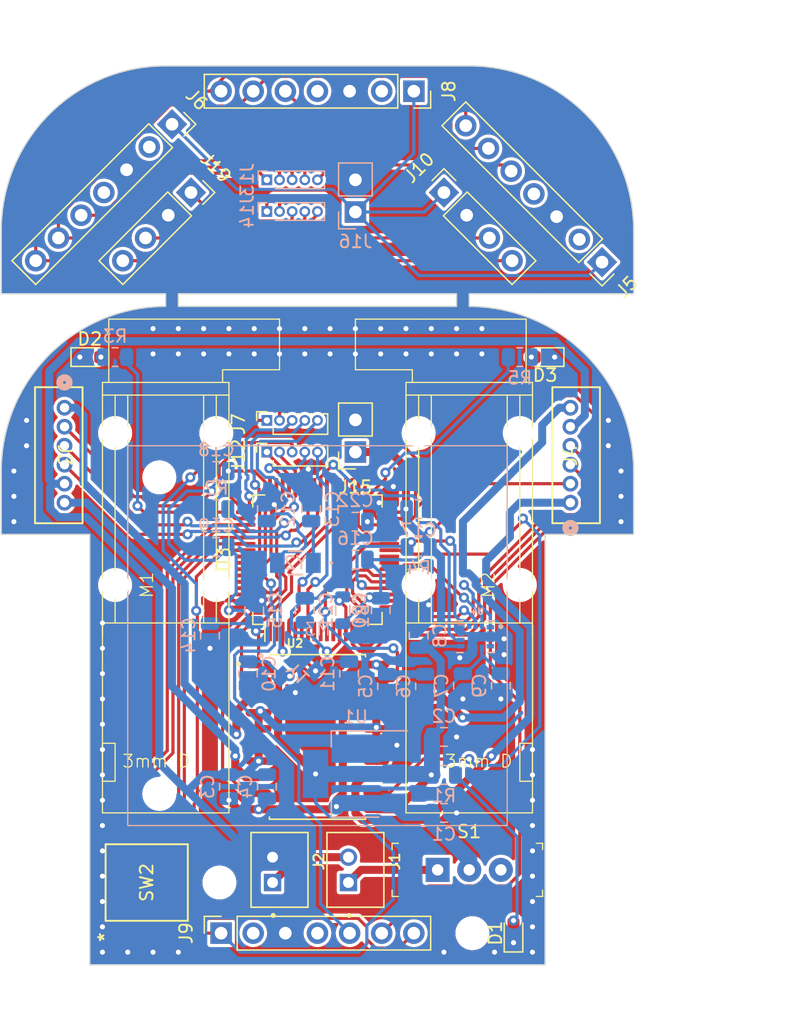
<source format=kicad_pcb>
(kicad_pcb (version 20221018) (generator pcbnew)
  (layers (0 "F.Cu" signal) (31 "B.Cu" signal) (34 "B.Paste" user) (35 "F.Paste" user) (36 "B.SilkS" user "B.Silkscreen") (37 "F.SilkS" user "F.Silkscreen") (38 "B.Mask" user) (39 "F.Mask" user) (44 "Edge.Cuts" user))
  (net 0 "")
  (net 1 "+BATT")
  (net 2 "+3.3V")
  (net 3 "Net-(U3-PC14)")
  (net 4 "Net-(U3-PC15)")
  (net 5 "+3.3VA")
  (net 6 "Net-(U3-VCAP1)")
  (net 7 "NRST")
  (net 8 "Net-(D1-A)")
  (net 9 "/IMU/SPI_CS")
  (net 10 "Net-(D3-A)")
  (net 11 "Net-(J1-Pad1)")
  (net 12 "Net-(J1-Pad2)")
  (net 13 "EL2")
  (net 14 "EL1")
  (net 15 "ML2")
  (net 16 "ML1")
  (net 17 "ER2")
  (net 18 "ER1")
  (net 19 "MR2")
  (net 20 "MR1")
  (net 23 "/SHDN2")
  (net 24 "I2C1_SCL")
  (net 25 "I2C1_SDA")
  (net 28 "/SHDN1")
  (net 29 "/SHDN3")
  (net 32 "/SHDN4")
  (net 35 "USART_RX")
  (net 36 "USART_TX")
  (net 37 "SWCLK")
  (net 38 "SWDIO")
  (net 39 "/Breakout Board/SHDN3")
  (net 40 "Net-(U3-BOOT0)")
  (net 41 "I2C2_SCL")
  (net 42 "I2C2_SDA")
  (net 44 "HL1")
  (net 45 "HR1")
  (net 46 "HL2")
  (net 47 "HR2")
  (net 49 "FAN_PWM")
  (net 50 "FAN_TACH")
  (net 53 "SPI2_NSS")
  (net 54 "SPI2_SCK")
  (net 55 "SPI2_MISO")
  (net 56 "SPI2_MOSI")
  (net 58 "RCC_MCO_2")
  (net 60 "Net-(D2-A)")
  (net 61 "/LED1")
  (net 63 "/Breakout Board/SCL")
  (net 64 "/Breakout Board/SDA")
  (net 65 "/Breakout Board/SHDN1")
  (net 66 "/LED2")
  (net 67 "/Breakout Board/SHDN2")
  (net 68 "/Breakout Board/+3.3V")
  (net 69 "DEBUG1")
  (net 70 "DEBUG2")
  (net 71 "DEBUG3")
  (net 72 "OSC_IN")
  (net 73 "OSC_OUT")
  (net 74 "/Breakout Board/USART_RX")
  (net 75 "/Breakout Board/USART_TX")
  (net 76 "/Breakout Board/SWCLK")
  (net 77 "/Breakout Board/SWDIO")
  (net 78 "/Breakout Board/NRST")
  (net 79 "/IMU/SPI_SCLK")
  (net 80 "/IMU/SPI_SD0")
  (net 81 "/IMU/SPI_SDI")
  (net 82 "DEBUG4")
  (net 87 "GND")
  (net 88 "GND1")
  (net 89 "GNDA")
  (footprint "LED_SMD:LED_0603_1608Metric" (layer "F.Cu") (at 158.75 91.75 180)
    (fp_text reference "D3")
    (fp_text value "2V 20mA" hide)
  )
  (footprint "B6B_ZR:CONN_B6B-ZR_JST" (layer "F.Cu") (at 120.75 95.75 -90)
    (fp_text reference "J3")
    (fp_text value "B6B-ZR")
  )
  (footprint "MountingHole:MountingHole_2.2mm_M2" (layer "F.Cu") (at 133 133.25)
    (fp_text reference "BT1" hide)
    (fp_text value "Battery_Cell" hide)
  )
  (footprint "LED_SMD:LED_0603_1608Metric" (layer "F.Cu") (at 122.75 91.75)
    (fp_text reference "D2")
    (fp_text value "2V 20mA" hide)
  )
  (footprint "L293DD:SOIC127P1032X265-20N" (layer "F.Cu") (at 140.75 121.75)
    (fp_text reference "U2")
    (fp_text value "L293DD" hide)
  )
  (footprint "MountingHole:MountingHole_2.2mm_M2" (layer "F.Cu") (at 153 137.25)
    (fp_text reference "BT2" hide)
    (fp_text value "Battery_Cell" hide)
  )
  (footprint "Connector_PinSocket_1.00mm:PinSocket_1x05_P1.00mm_Vertical" (layer "F.Cu") (at 136.75 99.25 90)
    (fp_text reference "J12")
    (fp_text value "PINHD_1x5_Female" hide)
  )
  (footprint "218-4LPST:218-4LPST" (layer "F.Cu") (at 127.25 133.25 90)
    (fp_text reference "SW2")
    (fp_text value "SW_DIP_x04")
  )
  (footprint "Connector_PinSocket_2.54mm:PinSocket_1x04_P2.54mm_Vertical" (layer "F.Cu") (at 130.75 78.75 -45)
    (fp_text reference "J19")
    (fp_text value "PINHD_1x4_Female" hide)
  )
  (footprint "Connector_PinSocket_2.54mm:PinSocket_1x02_P2.54mm_Vertical" (layer "F.Cu") (at 143.75 99.25 180)
    (fp_text reference "J15")
    (fp_text value "PINHD_1x2_Female" hide)
  )
  (footprint "Connector_PinSocket_2.54mm:PinSocket_1x07_P2.54mm_Vertical" (layer "F.Cu") (at 148.37 70.75 -90)
    (fp_text reference "J8")
    (fp_text value "PINHD_1x7_Female" hide)
  )
  (footprint "LED_SMD:LED_0603_1608Metric" (layer "F.Cu") (at 156.25 137.25 90)
    (fp_text reference "D1")
    (fp_text value "2V 20mA" hide)
  )
  (footprint "Connector_PinSocket_2.54mm:PinSocket_1x07_P2.54mm_Vertical" (layer "F.Cu") (at 163.25 84.25 -135)
    (fp_text reference "J5")
    (fp_text value "PINHD_1x7_Female" hide)
  )
  (footprint "B6B_ZR:CONN_B6B-ZR_JST" (layer "F.Cu") (at 160.75 103.25 90)
    (fp_text reference "J4")
    (fp_text value "B6B-ZR")
  )
  (footprint "custom:MM_Motor_Right" (layer "F.Cu") (at 152.75 107.75)
    (fp_text reference "M2")
    (fp_text value "Right")
  )
  (footprint "B2B_PH_K_S_LF__SN_:JST_B2B-PH-K-S_LF__SN_" (layer "F.Cu") (at 137.75 132.25 -90)
    (fp_text reference "J2")
    (fp_text value "B2B-PH-K-S" hide)
  )
  (footprint "Connector_PinSocket_2.54mm:PinSocket_1x07_P2.54mm_Vertical" (layer "F.Cu") (at 133.13 137.25 90)
    (fp_text reference "J9")
    (fp_text value "PINHD_1x7_Female" hide)
  )
  (footprint "Connector_PinSocket_1.00mm:PinSocket_1x05_P1.00mm_Vertical" (layer "F.Cu") (at 136.75 96.75 90)
    (fp_text reference "J7")
    (fp_text value "PINHD_1x5_Female" hide)
  )
  (footprint "Connector_PinSocket_2.54mm:PinSocket_1x04_P2.54mm_Vertical" (layer "F.Cu") (at 150.75 78.75 45)
    (fp_text reference "J10")
    (fp_text value "PINHD_1x4_Female" hide)
  )
  (footprint "Connector_PinSocket_2.54mm:PinSocket_1x07_P2.54mm_Vertical" (layer "F.Cu") (at 129.25 73.361846 -45)
    (fp_text reference "J6")
    (fp_text value "PINHD_1x7_Female" hide)
  )
  (footprint "digikey-footprints:Switch_Slide_11.6x4mm_EG1218" (layer "F.Cu") (at 150.25 132.25)
    (fp_text reference "S1")
    (fp_text value "EG1218" hide)
  )
  (footprint "custom:MM_Motor_Left" (layer "F.Cu") (at 128.75 107.75)
    (fp_text reference "M1")
    (fp_text value "Left")
  )
  (footprint "Package_QFP:LQFP-64_10x10mm_P0.5mm" (layer "F.Cu") (at 140.75 107.75 90)
    (fp_text reference "U3")
    (fp_text value "STM32F411RETx" hide)
  )
  (footprint "B2B_PH_K_S_LF__SN_:JST_B2B-PH-K-S_LF__SN_" (layer "F.Cu") (at 143.75 132.25 -90)
    (fp_text reference "J1")
    (fp_text value "B2B-PH-K-S" hide)
  )
  (footprint "Package_TO_SOT_SMD:SOT-223-3_TabPin2" (layer "B.Cu") (at 143.75 124.675 180)
    (fp_text reference "U1")
    (fp_text value "AZ1117-3.3" hide)
  )
  (footprint "SC32S_7PF20PPM:XTAL_SC32S-7PF20PPM_EPS" (layer "B.Cu") (at 139 108 180)
    (fp_text reference "Y2")
    (fp_text value "32.768 kHz 7 pF" hide)
  )
  (footprint "Resistor_SMD:R_0805_2012Metric" (layer "B.Cu") (at 132.75 103.75 180)
    (fp_text reference "R2")
    (fp_text value "10k" hide)
  )
  (footprint "Capacitor_SMD:C_0805_2012Metric" (layer "B.Cu") (at 140.25 103.75 90)
    (fp_text reference "C13")
    (fp_text value "12 pF" hide)
  )
  (footprint "Capacitor_SMD:C_0805_2012Metric" (layer "B.Cu") (at 150.75 121.75)
    (fp_text reference "C2")
    (fp_text value "22 uF" hide)
  )
  (footprint "Connector_PinHeader_2.54mm:PinHeader_1x02_P2.54mm_Vertical" (layer "B.Cu") (at 143.75 80.29)
    (fp_text reference "J16")
    (fp_text value "PINHD_1x2_Male" hide)
  )
  (footprint "Capacitor_SMD:C_0805_2012Metric" (layer "B.Cu") (at 148.75 113.75 90)
    (fp_text reference "C8")
    (fp_text value "2.2 uF" hide)
  )
  (footprint "Capacitor_SMD:C_0805_2012Metric" (layer "B.Cu") (at 132.75 100.75 180)
    (fp_text reference "C18")
    (fp_text value "0.1 uF" hide)
  )
  (footprint "Capacitor_SMD:C_0805_2012Metric" (layer "B.Cu") (at 132.75 106.75 180)
    (fp_text reference "C19")
    (fp_text value "0.1 uF" hide)
  )
  (footprint "custom:KDB0305HA3-00C1J" (layer "B.Cu") (at 140.75 113.75 180)
    (fp_text reference "M3")
    (fp_text value "KDB0305HA3-00C1J" hide)
  )
  (footprint "ICM-42688-P:PQFN50P300X250X97-14N" (layer "B.Cu") (at 153.25 113.835 180)
    (fp_text reference "U4")
    (fp_text value "ICM-42688-P" hide)
  )
  (footprint "Inductor_SMD:L_0805_2012Metric" (layer "B.Cu") (at 142.75 111.75 90)
    (fp_text reference "FB1")
    (fp_text value "120 ohm" hide)
  )
  (footprint "NetTie:NetTie-2_SMD_Pad0.5mm" (layer "B.Cu") (at 134.25 129.75 135)
    (fp_text reference "NT1" hide)
    (fp_text value "NetTie_2" hide)
  )
  (footprint "Resistor_SMD:R_0805_2012Metric" (layer "B.Cu") (at 124.75 91.75 180)
    (fp_text reference "R3")
    (fp_text value "100 ohm" hide)
  )
  (footprint "Capacitor_SMD:C_0805_2012Metric" (layer "B.Cu") (at 133.75 125.675 -90)
    (fp_text reference "C3")
    (fp_text value "10 uF" hide)
  )
  (footprint "Capacitor_SMD:C_0805_2012Metric" (layer "B.Cu") (at 150.75 127.75)
    (fp_text reference "C1")
    (fp_text value "10 uF" hide)
  )
  (footprint "Capacitor_SMD:C_0805_2012Metric" (layer "B.Cu") (at 135.25 116.75 90)
    (fp_text reference "C10")
    (fp_text value "18 pF" hide)
  )
  (footprint "Capacitor_SMD:C_0805_2012Metric" (layer "B.Cu") (at 145.75 111.75 -90)
    (fp_text reference "C20")
    (fp_text value "1 uF" hide)
  )
  (footprint "Capacitor_SMD:C_0805_2012Metric" (layer "B.Cu") (at 143.75 107.75 180)
    (fp_text reference "C16")
    (fp_text value "0.1 uF" hide)
  )
  (footprint "Capacitor_SMD:C_0805_2012Metric" (layer "B.Cu") (at 143.75 104.75 180)
    (fp_text reference "C22")
    (fp_text value "4.7 uF" hide)
  )
  (footprint "Capacitor_SMD:C_0805_2012Metric" (layer "B.Cu") (at 155.25 117.7 -90)
    (fp_text reference "C9")
    (fp_text value "10 nF" hide)
  )
  (footprint "Resistor_SMD:R_0805_2012Metric" (layer "B.Cu") (at 148.75 106.75)
    (fp_text reference "R4")
    (fp_text value "10k" hide)
  )
  (footprint "Capacitor_SMD:C_0805_2012Metric" (layer "B.Cu") (at 135.75 111.75 90)
    (fp_text reference "C15")
    (fp_text value "0.1 uF" hide)
  )
  (footprint "Capacitor_SMD:C_0805_2012Metric" (layer "B.Cu") (at 148.75 103.75)
    (fp_text reference "C17")
    (fp_text value "0.1 uF" hide)
  )
  (footprint "Capacitor_SMD:C_0805_2012Metric" (layer "B.Cu") (at 146.25 117.75 -90)
    (fp_text reference "C5")
    (fp_text value "0.1 uF" hide)
  )
  (footprint "Connector_PinHeader_1.00mm:PinHeader_1x05_P1.00mm_Vertical" (layer "B.Cu") (at 136.75 80.25 -90)
    (fp_text reference "J14")
    (fp_text value "PINHD_1x5_Male" hide)
  )
  (footprint "Connector_PinHeader_1.00mm:PinHeader_1x05_P1.00mm_Vertical" (layer "B.Cu") (at 136.75 77.75 -90)
    (fp_text reference "J13")
    (fp_text value "PINHD_1x5_Male" hide)
  )
  (footprint "Capacitor_SMD:C_0805_2012Metric" (layer "B.Cu") (at 149.25 117.75 -90)
    (fp_text reference "C6")
    (fp_text value "4.7 uF" hide)
  )
  (footprint "Capacitor_SMD:C_0805_2012Metric" (layer "B.Cu") (at 136.75 125.675 -90)
    (fp_text reference "C4")
    (fp_text value "4.7 uF" hide)
  )
  (footprint "RH100_25_000_10_F_3030_EXT_TR:XTAL4P_RH100-25.000-10-F-3030-EXT-TR_RAL" (layer "B.Cu") (at 139.25 116.75 -45)
    (fp_text reference "Y1")
    (fp_text value "25 MHz 10 pF" hide)
  )
  (footprint "Capacitor_SMD:C_0805_2012Metric" (layer "B.Cu") (at 132.25 113.75 -90)
    (fp_text reference "C14")
    (fp_text value "4.7 uF" hide)
  )
  (footprint "Capacitor_SMD:C_0805_2012Metric" (layer "B.Cu") (at 139.75 111.75 90)
    (fp_text reference "C21")
    (fp_text value "0.1 uF" hide)
  )
  (footprint "Resistor_SMD:R_0805_2012Metric" (layer "B.Cu") (at 156.75 91.75)
    (fp_text reference "R5")
    (fp_text value "100 ohm" hide)
  )
  (footprint "Capacitor_SMD:C_0805_2012Metric" (layer "B.Cu") (at 136.75 103.75 90)
    (fp_text reference "C12")
    (fp_text value "12 pF" hide)
  )
  (footprint "Resistor_SMD:R_0805_2012Metric" (layer "B.Cu") (at 150.75 124.75)
    (fp_text reference "R1")
    (fp_text value "100 ohm" hide)
  )
  (footprint "Capacitor_SMD:C_0805_2012Metric" (layer "B.Cu") (at 143.25 116.75 -90)
    (fp_text reference "C11")
    (fp_text value " 18 pF" hide)
  )
  (footprint "NetTie:NetTie-2_SMD_Pad0.5mm" (layer "B.Cu") (at 141.5 110 -135)
    (fp_text reference "NT2" hide)
    (fp_text value "NetTie_2" hide)
  )
  (footprint "Capacitor_SMD:C_0805_2012Metric" (layer "B.Cu") (at 152.25 117.7 -90)
    (fp_text reference "C7")
    (fp_text value "0.1 uF" hide)
  )
  (gr_line (start 115.750005 86.75) (end 115.75 81.75) (stroke (width 0.1)) (layer "Edge.Cuts"))
  (gr_line (start 158.75 86.75) (end 152.75 86.75) (stroke (width 0.1)) (layer "Edge.Cuts"))
  (gr_line (start 129.75 86.75) (end 151.75 86.75) (stroke (width 0.1)) (layer "Edge.Cuts"))
  (gr_arc (start 115.749995 100.75) (mid 119.557607 91.55761) (end 128.749995 87.75) (stroke (width 0.1)) (layer "Edge.Cuts"))
  (gr_line (start 122.75 86.75) (end 128.75 86.75) (stroke (width 0.1)) (layer "Edge.Cuts"))
  (gr_arc (start 152.75 68.75) (mid 161.942388 72.557612) (end 165.750005 81.75) (stroke (width 0.1)) (layer "Edge.Cuts"))
  (gr_line (start 115.75 105.75) (end 122.749995 105.75) (stroke (width 0.1)) (layer "Edge.Cuts"))
  (gr_line (start 128.75 86.75) (end 128.75 87.75) (stroke (width 0.1)) (layer "Edge.Cuts"))
  (gr_line (start 152.749995 87.75) (end 152.75 86.75) (stroke (width 0.1)) (layer "Edge.Cuts"))
  (gr_line (start 165.750005 86.75) (end 158.75 86.75) (stroke (width 0.1)) (layer "Edge.Cuts"))
  (gr_line (start 165.750005 81.75) (end 165.750005 86.75) (stroke (width 0.1)) (layer "Edge.Cuts"))
  (gr_line (start 115.750005 86.75) (end 122.75 86.75) (stroke (width 0.1)) (layer "Edge.Cuts"))
  (gr_line (start 165.75 105.75) (end 158.749995 105.75) (stroke (width 0.1)) (layer "Edge.Cuts"))
  (gr_line (start 129.75 87.75) (end 129.75 86.75) (stroke (width 0.1)) (layer "Edge.Cuts"))
  (gr_arc (start 115.75 81.75) (mid 119.557612 72.557612) (end 128.75 68.75) (stroke (width 0.1)) (layer "Edge.Cuts"))
  (gr_line (start 152.750005 68.75) (end 128.750005 68.75) (stroke (width 0.1)) (layer "Edge.Cuts"))
  (gr_line (start 122.75 139.75) (end 158.75 139.75) (stroke (width 0.1)) (layer "Edge.Cuts"))
  (gr_line (start 158.75 139.75) (end 158.749995 105.75) (stroke (width 0.1)) (layer "Edge.Cuts"))
  (gr_line (start 165.75 100.75) (end 165.75 105.75) (stroke (width 0.1)) (layer "Edge.Cuts"))
  (gr_line (start 129.75 87.75) (end 151.75 87.75) (stroke (width 0.1)) (layer "Edge.Cuts"))
  (gr_line (start 151.75 86.75) (end 151.75 87.75) (stroke (width 0.1)) (layer "Edge.Cuts"))
  (gr_arc (start 152.749995 87.75) (mid 161.942386 91.55761) (end 165.75 100.75) (stroke (width 0.1)) (layer "Edge.Cuts"))
  (gr_line (start 115.75 105.75) (end 115.749995 100.75) (stroke (width 0.1)) (layer "Edge.Cuts"))
  (gr_line (start 122.749995 105.75) (end 122.75 139.75) (stroke (width 0.1)) (layer "Edge.Cuts"))
  (segment (start 142.75 117.25) (end 142.75 126.25) (width 0.635) (layer "F.Cu") (net 1))
  (segment (start 142.25 126.75) (end 142.25 127.25) (width 0.635) (layer "F.Cu") (net 1))
  (segment (start 142.035 127.465) (end 142.25 127.25) (width 0.635) (layer "F.Cu") (net 1))
  (segment (start 142.75 126.25) (end 142.25 126.75) (width 0.635) (layer "F.Cu") (net 1))
  (segment (start 136.095 127.465) (end 142.035 127.465) (width 0.635) (layer "F.Cu") (net 1))
  (segment (start 134.465 127.465) (end 133.75 126.75) (width 0.635) (layer "F.Cu") (net 1))
  (segment (start 136.095 127.465) (end 134.465 127.465) (width 0.635) (layer "F.Cu") (net 1))
  (segment (start 143.965 116.035) (end 142.75 117.25) (width 0.635) (layer "F.Cu") (net 1))
  (segment (start 145.405 116.035) (end 143.965 116.035) (width 0.635) (layer "F.Cu") (net 1))
  (via (at 145.405 116.035) (size 0.8) (drill 0.4) (layers "F.Cu" "B.Cu") (net 1))
  (via (at 136.095 127.465) (size 0.8) (drill 0.4) (layers "F.Cu" "B.Cu") (net 1))
  (via (at 133.75 126.75) (size 0.8) (drill 0.4) (layers "F.Cu" "B.Cu") (net 1))
  (via (at 142.25 127.25) (size 0.8) (drill 0.4) (layers "F.Cu" "B.Cu") (net 1))
  (segment (start 145.485 116.035) (end 146.25 116.8) (width 0.635) (layer "B.Cu") (net 1))
  (segment (start 142.525 126.975) (end 146.9 126.975) (width 1.27) (layer "B.Cu") (net 1))
  (segment (start 147.675 127.75) (end 146.9 126.975) (width 1.27) (layer "B.Cu") (net 1))
  (segment (start 142.25 127.25) (end 142.525 126.975) (width 1.27) (layer "B.Cu") (net 1))
  (segment (start 145.405 116.035) (end 145.485 116.035) (width 0.635) (layer "B.Cu") (net 1))
  (segment (start 149.8 127.75) (end 149.8 128.475) (width 1.27) (layer "B.Cu") (net 1))
  (segment (start 149.8 128.475) (end 152.75 131.425) (width 1.27) (layer "B.Cu") (net 1))
  (segment (start 136.095 127.465) (end 136.75 126.81) (width 0.635) (layer "B.Cu") (net 1))
  (segment (start 152.75 131.425) (end 152.75 132.25) (width 1.27) (layer "B.Cu") (net 1))
  (segment (start 149.8 127.75) (end 147.675 127.75) (width 1.27) (layer "B.Cu") (net 1))
  (segment (start 149.25 116.8) (end 146.25 116.8) (width 0.635) (layer "B.Cu") (net 1))
  (segment (start 136.095 116.035) (end 136.706122 116.035) (width 0.635) (layer "F.Cu") (net 2))
  (segment (start 125.345 137.314) (end 126.615 137.314) (width 0.25) (layer "F.Cu") (net 2))
  (segment (start 137.6375 116.966378) (end 137.6375 121.7125) (width 0.635) (layer "F.Cu") (net 2))
  (segment (start 133.13 137.25) (end 129.219 137.25) (width 0.25) (layer "F.Cu") (net 2))
  (segment (start 135.887299 113.387299) (end 135.925 113.425) (width 0.25) (layer "F.Cu") (net 2))
  (segment (start 143.75 99.25) (end 146.5 99.25) (width 0.635) (layer "F.Cu") (net 2))
  (segment (start 135.75 100.75) (end 133.7 100.75) (width 0.25) (layer "F.Cu") (net 2))
  (segment (start 135.887299 113.387299) (end 136.095 113.595) (width 0.25) (layer "F.Cu") (net 2))
  (segment (start 133.75 111.75) (end 134 111.5) (width 0.25) (layer "F.Cu") (net 2))
  (segment (start 147.5 104) (end 147.75 103.75) (width 0.25) (layer "F.Cu") (net 2))
  (segment (start 145.109065 110.5) (end 146.425 110.5) (width 0.254) (layer "F.Cu") (net 2))
  (segment (start 134 111.5) (end 135.075 111.5) (width 0.25) (layer "F.Cu") (net 2))
  (segment (start 127.885 137.314) (end 129.155 137.314) (width 0.25) (layer "F.Cu") (net 2))
  (segment (start 132.391737 102.358263) (end 131.25 103.5) (width 0.25) (layer "F.Cu") (net 2))
  (segment (start 147.035 127.465) (end 149.75 124.75) (width 0.635) (layer "F.Cu") (net 2))
  (segment (start 146.5 99.25) (end 147.75 100.5) (width 0.635) (layer "F.Cu") (net 2))
  (segment (start 153.5255 101.75) (end 160.75 101.75) (width 0.254) (layer "F.Cu") (net 2))
  (segment (start 149.7245 105.551) (end 153.5255 101.75) (width 0.254) (layer "F.Cu") (net 2))
  (segment (start 131.25 103.5) (end 127.549904 103.5) (width 0.25) (layer "F.Cu") (net 2))
  (segment (start 126.824036 102.774132) (end 126.274132 102.774132) (width 0.25) (layer "F.Cu") (net 2))
  (segment (start 144.88503 110.724035) (end 145.109065 110.5) (width 0.254) (layer "F.Cu") (net 2))
  (segment (start 146.425 104) (end 147.5 104) (width 0.25) (layer "F.Cu") (net 2))
  (segment (start 127.549904 103.5) (end 126.824036 102.774132) (width 0.25) (layer "F.Cu") (net 2))
  (segment (start 126.274132 102.774132) (end 120.75 97.25) (width 0.25) (layer "F.Cu") (net 2))
  (segment (start 135.925 113.425) (end 137 113.425) (width 0.25) (layer "F.Cu") (net 2))
  (segment (start 149.63775 105.551) (end 149.7245 105.551) (width 0.254) (layer "F.Cu") (net 2))
  (segment (start 137.6375 121.7125) (end 140.6 124.675) (width 0.635) (layer "F.Cu") (net 2))
  (segment (start 137 102) (end 135.75 100.75) (width 0.25) (layer "F.Cu") (net 2))
  (segment (start 136.706122 116.035) (end 137.6375 116.966378) (width 0.635) (layer "F.Cu") (net 2))
  (segment (start 126.615 137.314) (end 127.885 137.314) (width 0.25) (layer "F.Cu") (net 2))
  (segment (start 145.405 127.465) (end 147.035 127.465) (width 0.635) (layer "F.Cu") (net 2))
  (segment (start 136.095 113.595) (end 136.095 116.035) (width 0.25) (layer "F.Cu") (net 2))
  (segment (start 132.391737 102.329773) (end 132.391737 102.358263) (width 0.25) (layer "F.Cu") (net 2))
  (segment (start 147.75 100.5) (end 147.75 103.75) (width 0.635) (layer "F.Cu") (net 2))
  (via (at 133.75 111.75) (size 0.8) (drill 0.4) (layers "F.Cu" "B.Cu") (net 2))
  (via (at 133.7 100.75) (size 0.8) (drill 0.4) (layers "F.Cu" "B.Cu") (net 2))
  (via (at 149.75 124.75) (size 0.8) (drill 0.4) (layers "F.Cu" "B.Cu") (net 2))
  (via (at 132.391737 102.329773) (size 0.8) (drill 0.4) (layers "F.Cu" "B.Cu") (net 2))
  (via (at 144.88503 110.724035) (size 0.8) (drill 0.4) (layers "F.Cu" "B.Cu") (net 2))
  (via (at 147.75 103.75) (size 0.8) (drill 0.4) (layers "F.Cu" "B.Cu") (net 2))
  (via (at 140.6 124.675) (size 0.8) (drill 0.4) (layers "F.Cu" "B.Cu") (net 2))
  (via (at 135.887299 113.387299) (size 0.8) (drill 0.4) (layers "F.Cu" "B.Cu") (net 2))
  (via (at 149.63775 105.551) (size 0.8) (drill 0.4) (layers "F.Cu" "B.Cu") (net 2))
  (segment (start 150.5175 112.9325) (end 148.75 114.7) (width 0.635) (layer "B.Cu") (net 2))
  (segment (start 144.7 107.75) (end 147.302072 107.75) (width 0.254) (layer "B.Cu") (net 2))
  (segment (start 155.25 116.75) (end 153.75 115.25) (width 0.25) (layer "B.Cu") (net 2))
  (segment (start 144.7 107.75) (end 145.75 108.8) (width 0.254) (layer "B.Cu") (net 2))
  (segment (start 144 138.75) (end 144.655 138.095) (width 0.25) (layer "B.Cu") (net 2))
  (segment (start 147.329072 107.777) (end 148.6355 107.777) (width 0.254) (layer "B.Cu") (net 2))
  (segment (start 148.75 105.6625) (end 149.6625 106.575) (width 0.635) (layer "B.Cu") (net 2))
  (segment (start 141.852354 128.21) (end 140.6 126.957646) (width 0.25) (layer "B.Cu") (net 2))
  (segment (start 130.420227 102.329773) (end 129 103.75) (width 0.25) (layer "B.Cu") (net 2))
  (segment (start 149.75 124.75) (end 149.8375 124.75) (width 1.27) (layer "B.Cu") (net 2))
  (segment (start 132.391737 102.329773) (end 132.391737 102.058263) (width 0.25) (layer "B.Cu") (net 2))
  (segment (start 133.75 110.977386) (end 134.325 110.402386) (width 0.25) (layer "B.Cu") (net 2))
  (segment (start 134.63 138.75) (end 144 138.75) (width 0.25) (layer "B.Cu") (net 2))
  (segment (start 134.325 110.402386) (end 134.325 107.375) (width 0.25) (layer "B.Cu") (net 2))
  (segment (start 150.3 118.7) (end 150.3 121.25) (width 0.25) (layer "B.Cu") (net 2))
  (segment (start 152.25 116.75) (end 150.3 118.7) (width 0.25) (layer "B.Cu") (net 2))
  (segment (start 130.3 107.8) (end 132.65 107.8) (width 0.25) (layer "B.Cu") (net 2))
  (segment (start 152.085 114.585) (end 148.865 114.585) (width 0.25) (layer "B.Cu") (net 2))
  (segment (start 147.8 104.7125) (end 147.8 103.75) (width 0.635) (layer "B.Cu") (net 2))
  (segment (start 150.5175 107.605) (end 150.5175 112.9325) (width 0.635) (layer "B.Cu") (net 2))
  (segment (start 132.391737 102.329773) (end 130.420227 102.329773) (width 0.25) (layer "B.Cu") (net 2))
  (segment (start 134.325 107.375) (end 133.7 106.75) (width 0.25) (layer "B.Cu") (net 2))
  (segment (start 149.475 114.7) (end 150.4925 115.7175) (width 0.635) (layer "B.Cu") (net 2))
  (segment (start 134.8 111.75) (end 136.0755 113.0255) (width 0.25) (layer "B.Cu") (net 2))
  (segment (start 149.75 124.6625) (end 149.75 124.75) (width 1.27) (layer "B.Cu") (net 2))
  (segment (start 136.0755 113.199098) (end 136.0755 113.0255) (width 0.25) (layer "B.Cu") (net 2))
  (segment (start 133.75 111.75) (end 134.8 111.75) (width 0.25) (layer "B.Cu") (net 2))
  (segment (start 133.75 111.75) (end 133.75 110.977386) (width 0.25) (layer "B.Cu") (net 2))
  (segment (start 145.75 108.8) (end 145.75 110.8) (width 0.254) (layer "B.Cu") (net 2))
  (segment (start 129 106.5) (end 130.3 107.8) (width 0.25) (layer "B.Cu") (net 2))
  (segment (start 135.887299 113.387299) (end 136.0755 113.199098) (width 0.25) (layer "B.Cu") (net 2))
  (segment (start 146.75 130.825) (end 144.135 128.21) (width 0.25) (layer "B.Cu") (net 2))
  (segment (start 152.475 116.75) (end 153.75 115.475) (width 0.25) (layer "B.Cu") (net 2))
  (segment (start 146.9 124.675) (end 149.7625 124.675) (width 1.27) (layer "B.Cu") (net 2))
  (segment (start 149.52625 105.6625) (end 148.75 105.6625) (width 0.254) (layer "B.Cu") (net 2))
  (segment (start 144.655 136.655) (end 146.75 134.56) (width 0.25) (layer "B.Cu") (net 2))
  (segment (start 147.302072 107.75) (end 147.329072 107.777) (width 0.254) (layer "B.Cu") (net 2))
  (segment (start 135.85 112.8) (end 132.25 112.8) (width 0.25) (layer "B.Cu") (net 2))
  (segment (start 150.4925 115.7175) (end 150.4925 121.0575) (width 0.635) (layer "B.Cu") (net 2))
  (segment (start 144.655 138.095) (end 144.655 136.655) (width 0.25) (layer "B.Cu") (net 2))
  (segment (start 145.75 110.8) (end 144.7625 110.8) (width 0.25) (layer "B.Cu") (net 2))
  (segment (start 150.3 121.25) (end 149.8 121.75) (width 0.25) (layer "B.Cu") (net 2))
  (segment (start 132.65 107.8) (end 133.7 106.75) (width 0.25) (layer "B.Cu") (net 2))
  (segment (start 140.825 124.675) (end 146.9 124.675) (width 1.27) (layer "B.Cu") (net 2))
  (segment (start 140.6 126.957646) (end 140.6 124.675) (width 0.25) (layer "B.Cu") (net 2))
  (segment (start 149.8 124.7125) (end 149.8375 124.75) (width 1.27) (layer "B.Cu") (net 2))
  (segment (start 146.75 134.56) (end 146.75 130.825) (width 0.25) (layer "B.Cu") (net 2))
  (segment (start 149.63775 105.551) (end 149.52625 105.6625) (width 0.254) (layer "B.Cu") (net 2))
  (segment (start 144.7625 110.8) (end 142.75 112.8125) (width 0.25) (layer "B.Cu") (net 2))
  (segment (start 149.8 121.75) (end 149.8 124.7125) (width 1.27) (layer "B.Cu") (net 2))
  (segment (start 149.6625 106.75) (end 150.5175 107.605) (width 0.635) (layer "B.Cu") (net 2))
  (segment (start 153.75 115.475) (end 153.75 114.75) (width 0.25) (layer "B.Cu") (net 2))
  (segment (start 148.75 105.6625) (end 147.8 104.7125) (width 0.635) (layer "B.Cu") (net 2))
  (segment (start 149.7625 124.675) (end 149.75 124.6625) (width 1.27) (layer "B.Cu") (net 2))
  (segment (start 150.4925 121.0575) (end 149.8 121.75) (width 0.635) (layer "B.Cu") (net 2))
  (segment (start 133.13 137.25) (end 134.63 138.75) (width 0.25) (layer "B.Cu") (net 2))
  (segment (start 148.6355 107.777) (end 149.6625 106.75) (width 0.254) (layer "B.Cu") (net 2))
  (segment (start 129 103.75) (end 129 106.5) (width 0.25) (layer "B.Cu") (net 2))
  (segment (start 148.75 114.7) (end 149.475 114.7) (width 0.635) (layer "B.Cu") (net 2))
  (segment (start 144.135 128.21) (end 141.852354 128.21) (width 0.25) (layer "B.Cu") (net 2))
  (segment (start 132.391737 102.058263) (end 133.7 100.75) (width 0.25) (layer "B.Cu") (net 2))
  (segment (start 153.75 115.25) (end 153.75 114.75) (width 0.25) (layer "B.Cu") (net 2))
  (segment (start 138 113.425) (end 138 115) (width 0.25) (layer "F.Cu") (net 3))
  (via (at 138 115) (size 0.8) (drill 0.4) (layers "F.Cu" "B.Cu") (net 3))
  (segment (start 137.799049 114.799049) (end 137.799049 108.221449) (width 0.25) (layer "B.Cu") (net 3))
  (segment (start 139.80829 106.691709) (end 139.80829 106.091099) (width 0.25) (layer "B.Cu") (net 3))
  (segment (start 139.2 105.482809) (end 139.2 104.91586) (width 0.25) (layer "B.Cu") (net 3))
  (segment (start 139.80829 106.091099) (end 139.2 105.482809) (width 0.25) (layer "B.Cu") (net 3))
  (segment (start 137.5776 107.6724) (end 138.1243 107.1257) (width 0.25) (layer "B.Cu") (net 3))
  (segment (start 138 115) (end 137.799049 114.799049) (width 0.25) (layer "B.Cu") (net 3))
  (segment (start 139.2 104.91586) (end 138.410266 104.126126) (width 0.25) (layer "B.Cu") (net 3))
  (segment (start 139.374299 107.1257) (end 139.80829 106.691709) (width 0.25) (layer "B.Cu") (net 3))
  (segment (start 138.1243 107.1257) (end 139.374299 107.1257) (width 0.25) (layer "B.Cu") (net 3))
  (segment (start 137.323874 104.126126) (end 136.75 104.7) (width 0.25) (layer "B.Cu") (net 3))
  (segment (start 138.410266 104.126126) (end 137.323874 104.126126) (width 0.25) (layer "B.Cu") (net 3))
  (segment (start 139.571341 109.5) (end 139.296841 109.7745) (width 0.25) (layer "F.Cu") (net 4))
  (segment (start 139.296841 109.7745) (end 139.296841 111.757552) (width 0.25) (layer "F.Cu") (net 4))
  (segment (start 138.5 112.554393) (end 138.5 113.425) (width 0.25) (layer "F.Cu") (net 4))
  (segment (start 139.296841 111.757552) (end 138.5 112.554393) (width 0.25) (layer "F.Cu") (net 4))
  (via (at 139.571341 109.5) (size 0.8) (drill 0.4) (layers "F.Cu" "B.Cu") (net 4))
  (segment (start 140.4224 108) (end 140.4224 104.8724) (width 0.25) (layer "B.Cu") (net 4))
  (segment (start 139.571341 109.5) (end 140.4224 108.648941) (width 0.25) (layer "B.Cu") (net 4))
  (segment (start 143 111.505627) (end 143 113.425) (width 0.25) (layer "F.Cu") (net 5))
  (segment (start 142.474056 110.979683) (end 143 111.505627) (width 0.25) (layer "F.Cu") (net 5))
  (via (at 142.474056 110.979683) (size 0.8) (drill 0.4) (layers "F.Cu" "B.Cu") (net 5))
  (segment (start 142.474056 110.979683) (end 142.75 110.703739) (width 0.25) (layer "B.Cu") (net 5))
  (segment (start 139.75 112.7) (end 139.75 112.475) (width 0.25) (layer "B.Cu") (net 5))
  (segment (start 139.75 112.475) (end 141.5375 110.6875) (width 0.25) (layer "B.Cu") (net 5))
  (segment (start 141.5375 110.6875) (end 142.75 110.6875) (width 0.25) (layer "B.Cu") (net 5))
  (segment (start 142.75 110.703739) (end 142.75 110.6875) (width 0.25) (layer "B.Cu") (net 5))
  (segment (start 144.95 105) (end 144.7 104.75) (width 0.25) (layer "F.Cu") (net 6))
  (segment (start 146.425 105) (end 144.95 105) (width 0.25) (layer "F.Cu") (net 6))
  (via (at 144.7 104.75) (size 0.8) (drill 0.4) (layers "F.Cu" "B.Cu") (net 6))
  (segment (start 140.583392 109.512548) (end 140 110.09594) (width 0.25) (layer "F.Cu") (net 7))
  (segment (start 140 110.09594) (end 140 113.425) (width 0.25) (layer "F.Cu") (net 7))
  (via (at 140.583392 109.512548) (size 0.8) (drill 0.4) (layers "F.Cu" "B.Cu") (net 7))
  (segment (start 140.944152 109.512548) (end 141.5 108.9567) (width 0.25) (layer "B.Cu") (net 7))
  (segment (start 140.583392 109.512548) (end 140.944152 109.512548) (width 0.25) (layer "B.Cu") (net 7))
  (segment (start 141.5 102.005592) (end 140.75 101.255592) (width 0.25) (layer "B.Cu") (net 7))
  (segment (start 140.75 101.255592) (end 140.75 99.25) (width 0.25) (layer "B.Cu") (net 7))
  (segment (start 141.5 108.9567) (end 141.5 102.005592) (width 0.25) (layer "B.Cu") (net 7))
  (via (at 156.25 136.25) (size 0.8) (drill 0.4) (layers "F.Cu" "B.Cu") (net 8))
  (segment (start 151.6625 124.75) (end 156.525 129.6125) (width 0.25) (layer "B.Cu") (net 8))
  (segment (start 156.525 129.6125) (end 156.525 135.975) (width 0.25) (layer "B.Cu") (net 8))
  (segment (start 156.525 135.975) (end 156.25 136.25) (width 0.25) (layer "B.Cu") (net 8))
  (segment (start 148.25 106.2755) (end 151.2245 106.2755) (width 0.25) (layer "F.Cu") (net 9))
  (segment (start 151.2245 106.2755) (end 151.238645 106.261355) (width 0.25) (layer "F.Cu") (net 9))
  (segment (start 144.25 109.75) (end 144.5 110) (width 0.25) (layer "F.Cu") (net 9))
  (segment (start 148.158082 106.367418) (end 148.25 106.2755) (width 0.25) (layer "F.Cu") (net 9))
  (segment (start 144.5 110) (end 146.425 110) (width 0.25) (layer "F.Cu") (net 9))
  (via (at 148.158082 106.367418) (size 0.8) (drill 0.4) (layers "F.Cu" "B.Cu") (net 9))
  (via (at 151.238645 106.261355) (size 0.8) (drill 0.4) (layers "F.Cu" "B.Cu") (net 9))
  (via (at 144.25 109.75) (size 0.8) (drill 0.4) (layers "F.Cu" "B.Cu") (net 9))
  (segment (start 143.875 107.0299) (end 143.875 109.375) (width 0.25) (layer "B.Cu") (net 9))
  (segment (start 152.49704 112.585) (end 152.75 112.83796) (width 0.25) (layer "B.Cu") (net 9))
  (segment (start 152.04102 112.585) (end 152.49704 112.585) (width 0.25) (layer "B.Cu") (net 9))
  (segment (start 143.875 109.375) (end 144.25 109.75) (width 0.25) (layer "B.Cu") (net 9))
  (segment (start 151.61 106.63271) (end 151.61 112.15398) (width 0.25) (layer "B.Cu") (net 9))
  (segment (start 147.7875 106.7) (end 144.2049 106.7) (width 0.25) (layer "B.Cu") (net 9))
  (segment (start 144.2049 106.7) (end 143.875 107.0299) (width 0.25) (layer "B.Cu") (net 9))
  (segment (start 151.238645 106.261355) (end 151.61 106.63271) (width 0.25) (layer "B.Cu") (net 9))
  (segment (start 151.61 112.15398) (end 152.04102 112.585) (width 0.25) (layer "B.Cu") (net 9))
  (via (at 157.6625 91.75) (size 0.8) (drill 0.4) (layers "F.Cu" "B.Cu") (net 10))
  (segment (start 143.2 133.25) (end 144.2 132.25) (width 0.635) (layer "F.Cu") (net 11))
  (segment (start 144.2 132.25) (end 150.25 132.25) (width 0.635) (layer "F.Cu") (net 11))
  (segment (start 139.2 131.25) (end 143.2 131.25) (width 0.635) (layer "F.Cu") (net 12))
  (segment (start 137.2 133.25) (end 139.2 131.25) (width 0.635) (layer "F.Cu") (net 12))
  (segment (start 130.4745 104.75) (end 130.224305 105.000195) (width 0.25) (layer "F.Cu") (net 13))
  (segment (start 127.000196 105.000195) (end 120.75 98.749999) (width 0.25) (layer "F.Cu") (net 13))
  (segment (start 139.024697 105.4254) (end 140 104.450097) (width 0.25) (layer "F.Cu") (net 13))
  (segment (start 140 104.450097) (end 140 102.075) (width 0.25) (layer "F.Cu") (net 13))
  (segment (start 138.249052 105.840903) (end 138.664555 105.4254) (width 0.25) (layer "F.Cu") (net 13))
  (segment (start 130.224305 105.000195) (end 127.000196 105.000195) (width 0.25) (layer "F.Cu") (net 13))
  (segment (start 138.664555 105.4254) (end 139.024697 105.4254) (width 0.25) (layer "F.Cu") (net 13))
  (via (at 130.4745 104.75) (size 0.8) (drill 0.4) (layers "F.Cu" "B.Cu") (net 13))
  (via (at 138.249052 105.840903) (size 0.8) (drill 0.4) (layers "F.Cu" "B.Cu") (net 13))
  (segment (start 138.249052 105.840903) (end 137.790593 105.840903) (width 0.25) (layer "B.Cu") (net 13))
  (segment (start 134.211396 105.075) (end 130.7995 105.075) (width 0.25) (layer "B.Cu") (net 13))
  (segment (start 135.111396 105.975) (end 134.211396 105.075) (width 0.25) (layer "B.Cu") (net 13))
  (segment (start 137.656496 105.975) (end 135.111396 105.975) (width 0.25) (layer "B.Cu") (net 13))
  (segment (start 137.790593 105.840903) (end 137.656496 105.975) (width 0.25) (layer "B.Cu") (net 13))
  (segment (start 130.7995 105.075) (end 130.4745 104.75) (width 0.25) (layer "B.Cu") (net 13))
  (segment (start 139.08329 106.391404) (end 139.4722 106.391404) (width 0.25) (layer "F.Cu") (net 14))
  (segment (start 130.474014 105.75) (end 126.249999 105.75) (width 0.25) (layer "F.Cu") (net 14))
  (segment (start 126.249999 105.75) (end 120.75 100.250001) (width 0.25) (layer "F.Cu") (net 14))
  (segment (start 140.75 105.113604) (end 140.75 103.167764) (width 0.25) (layer "F.Cu") (net 14))
  (segment (start 139.4722 106.391404) (end 140.75 105.113604) (width 0.25) (layer "F.Cu") (net 14))
  (segment (start 140.75 103.167764) (end 140.5 102.917764) (width 0.25) (layer "F.Cu") (net 14))
  (segment (start 140.5 102.917764) (end 140.5 102.075) (width 0.25) (layer "F.Cu") (net 14))
  (via (at 139.08329 106.391404) (size 0.8) (drill 0.4) (layers "F.Cu" "B.Cu") (net 14))
  (via (at 130.474014 105.75) (size 0.8) (drill 0.4) (layers "F.Cu" "B.Cu") (net 14))
  (segment (start 130.699014 105.525) (end 130.474014 105.75) (width 0.25) (layer "B.Cu") (net 14))
  (segment (start 138.798994 106.6757) (end 135.1757 106.6757) (width 0.25) (layer "B.Cu") (net 14))
  (segment (start 139.08329 106.391404) (end 138.798994 106.6757) (width 0.25) (layer "B.Cu") (net 14))
  (segment (start 135.1757 106.6757) (end 134.025 105.525) (width 0.25) (layer "B.Cu") (net 14))
  (segment (start 134.025 105.525) (end 130.699014 105.525) (width 0.25) (layer "B.Cu") (net 14))
  (segment (start 134.340434 121.5436) (end 134.340434 119.718444) (width 0.635) (layer "F.Cu") (net 15))
  (segment (start 135.483878 118.575) (end 136.095 118.575) (width 0.635) (layer "F.Cu") (net 15))
  (segment (start 134.340434 119.718444) (end 135.483878 118.575) (width 0.635) (layer "F.Cu") (net 15))
  (via (at 134.340434 121.5436) (size 0.8) (drill 0.4) (layers "F.Cu" "B.Cu") (net 15))
  (segment (start 130.25 117.569132) (end 130.25 109.658632) (width 0.635) (layer "B.Cu") (net 15))
  (segment (start 134.224468 121.5436) (end 130.25 117.569132) (width 0.635) (layer "B.Cu") (net 15))
  (segment (start 121.630065 95.75) (end 120.75 95.75) (width 0.635) (layer "B.Cu") (net 15))
  (segment (start 134.340434 121.5436) (end 134.224468 121.5436) (width 0.635) (layer "B.Cu") (net 15))
  (segment (start 122.25 101.658632) (end 122.25 96.369935) (width 0.635) (layer "B.Cu") (net 15))
  (segment (start 130.25 109.658632) (end 122.25 101.658632) (width 0.635) (layer "B.Cu") (net 15))
  (segment (start 122.25 96.369935) (end 121.630065 95.75) (width 0.635) (layer "B.Cu") (net 15))
  (segment (start 135.070001 124.925) (end 136.095 124.925) (width 0.635) (layer "F.Cu") (net 16))
  (segment (start 134.25 124.104999) (end 135.070001 124.925) (width 0.635) (layer "F.Cu") (net 16))
  (segment (start 134.25 123.25) (end 134.25 124.104999) (width 0.635) (layer "F.Cu") (net 16))
  (via (at 134.25 123.25) (size 0.8) (drill 0.4) (layers "F.Cu" "B.Cu") (net 16))
  (segment (start 122.5 103.25) (end 120.75 103.25) (width 0.635) (layer "B.Cu") (net 16))
  (segment (start 129.25 110) (end 122.5 103.25) (width 0.635) (layer "B.Cu") (net 16))
  (segment (start 129.25 117.75) (end 129.25 110) (width 0.635) (layer "B.Cu") (net 16))
  (segment (start 134.25 123.25) (end 134.25 122.75) (width 0.635) (layer "B.Cu") (net 16))
  (segment (start 134.25 122.75) (end 129.25 117.75) (width 0.635) (layer "B.Cu") (net 16))
  (segment (start 161.6993 101.199301) (end 160.75 100.250001) (width 0.254) (layer "F.Cu") (net 17))
  (segment (start 152.499029 113.25) (end 153.5115 112.237529) (width 0.254) (layer "F.Cu") (net 17))
  (segment (start 144 113.425) (end 144 114.270592) (width 0.254) (layer "F.Cu") (net 17))
  (segment (start 158.786381 104.1993) (end 161.3007 104.1993) (width 0.254) (layer "F.Cu") (net 17))
  (segment (start 161.6993 103.8007) (end 161.6993 101.199301) (width 0.254) (layer "F.Cu") (net 17))
  (segment (start 144 114.270592) (end 144.256408 114.527) (width 0.254) (layer "F.Cu") (net 17))
  (segment (start 161.3007 104.1993) (end 161.6993 103.8007) (width 0.254) (layer "F.Cu") (net 17))
  (segment (start 153.5115 109.474181) (end 158.786381 104.1993) (width 0.254) (layer "F.Cu") (net 17))
  (segment (start 144.944866 114.527) (end 146.221866 113.25) (width 0.254) (layer "F.Cu") (net 17))
  (segment (start 146.221866 113.25) (end 152.499029 113.25) (width 0.254) (layer "F.Cu") (net 17))
  (segment (start 153.5115 112.237529) (end 153.5115 109.474181) (width 0.254) (layer "F.Cu") (net 17))
  (segment (start 144.256408 114.527) (end 144.944866 114.527) (width 0.254) (layer "F.Cu") (net 17))
  (segment (start 152.687081 113.704) (end 153.9655 112.425581) (width 0.254) (layer "F.Cu") (net 18))
  (segment (start 143.5 114.412644) (end 144.068356 114.981) (width 0.254) (layer "F.Cu") (net 18))
  (segment (start 145.132918 114.981) (end 146.409918 113.704) (width 0.254) (layer "F.Cu") (net 18))
  (segment (start 161.488752 104.6533) (end 162.25 103.892052) (width 0.254) (layer "F.Cu") (net 18))
  (segment (start 153.9655 112.425581) (end 153.9655 109.662233) (width 0.254) (layer "F.Cu") (net 18))
  (segment (start 162.25 100.249999) (end 160.75 98.749999) (width 0.254) (layer "F.Cu") (net 18))
  (segment (start 153.9655 109.662233) (end 158.974433 104.6533) (width 0.254) (layer "F.Cu") (net 18))
  (segment (start 143.5 113.425) (end 143.5 114.412644) (width 0.254) (layer "F.Cu") (net 18))
  (segment (start 144.068356 114.981) (end 145.132918 114.981) (width 0.254) (layer "F.Cu") (net 18))
  (segment (start 158.974433 104.6533) (end 161.488752 104.6533) (width 0.254) (layer "F.Cu") (net 18))
  (segment (start 162.25 103.892052) (end 162.25 100.249999) (width 0.254) (layer "F.Cu") (net 18))
  (segment (start 146.409918 113.704) (end 152.687081 113.704) (width 0.254) (layer "F.Cu") (net 18))
  (segment (start 143.75 125.555001) (end 144.380001 124.925) (width 0.635) (layer "F.Cu") (net 19))
  (segment (start 149.45 128.3) (end 144.3 128.3) (width 0.635) (layer "F.Cu") (net 19))
  (segment (start 144.380001 124.925) (end 145.405 124.925) (width 0.635) (layer "F.Cu") (net 19))
  (segment (start 143.75 127.75) (end 143.75 125.555001) (width 0.635) (layer "F.Cu") (net 19))
  (segment (start 144.3 128.3) (end 143.75 127.75) (width 0.635) (layer "F.Cu") (net 19))
  (segment (start 154.5 123.25) (end 149.45 128.3) (width 0.635) (layer "F.Cu") (net 19))
  (via (at 154.5 123.25) (size 0.8) (drill 0.4) (layers "F.Cu" "B.Cu") (net 19))
  (segment (start 157.585 120.165) (end 157.585 113.085) (width 0.635) (layer "B.Cu") (net 19))
  (segment (start 154.9825 110.283195) (end 154.087 109.387695) (width 0.635) (layer "B.Cu") (net 19))
  (segment (start 154.087 109.387695) (end 154.087 107.841912) (width 0.635) (layer "B.Cu") (net 19))
  (segment (start 155.9675 105.961412) (end 155.9675 104.0325) (width 0.635) (layer "B.Cu") (net 19))
  (segment (start 154.087 107.841912) (end 155.9675 105.961412) (width 0.635) (layer "B.Cu") (net 19))
  (segment (start 156.75 103.25) (end 160.75 103.25) (width 0.635) (layer "B.Cu") (net 19))
  (segment (start 154.9825 110.4825) (end 154.9825 110.283195) (width 0.635) (layer "B.Cu") (net 19))
  (segment (start 154.5 123.25) (end 157.585 120.165) (width 0.635) (layer "B.Cu") (net 19))
  (segment (start 155.9675 104.0325) (end 156.75 103.25) (width 0.635) (layer "B.Cu") (net 19))
  (segment (start 157.585 113.085) (end 154.9825 110.4825) (width 0.635) (layer "B.Cu") (net 19))
  (segment (start 150.575 118.575) (end 152.225048 120.225048) (width 0.635) (layer "F.Cu") (net 20))
  (segment (start 145.405 118.575) (end 150.575 118.575) (width 0.635) (layer "F.Cu") (net 20))
  (via (at 152.225048 120.225048) (size 0.8) (drill 0.4) (layers "F.Cu" "B.Cu") (net 20))
  (segment (start 153.252 109.733563) (end 153.252 109.369959) (width 0.635) (layer "B.Cu") (net 20))
  (segment (start 159.869935 95.75) (end 160.75 95.75) (width 0.635) (layer "B.Cu") (net 20))
  (segment (start 155.492288 120.225048) (end 156.75 118.967336) (width 0.635) (layer "B.Cu") (net 20))
  (segment (start 153.252 109.369959) (end 152.714541 108.8325) (width 0.635) (layer "B.Cu") (net 20))
  (segment (start 152.225048 120.225048) (end 155.492288 120.225048) (width 0.635) (layer "B.Cu") (net 20))
  (segment (start 152.2525 104.747122) (end 158.5175 98.482122) (width 0.635) (layer "B.Cu") (net 20))
  (segment (start 154.1475 110.828368) (end 154.1475 110.629063) (width 0.635) (layer "B.Cu") (net 20))
  (segment (start 152.2525 108.8325) (end 152.2525 104.747122) (width 0.635) (layer "B.Cu") (net 20))
  (segment (start 156.75 118.967336) (end 156.75 113.430868) (width 0.635) (layer "B.Cu") (net 20))
  (segment (start 158.5175 97.102435) (end 159.869935 95.75) (width 0.635) (layer "B.Cu") (net 20))
  (segment (start 152.714541 108.8325) (end 152.2525 108.8325) (width 0.635) (layer "B.Cu") (net 20))
  (segment (start 156.75 113.430868) (end 154.1475 110.828368) (width 0.635) (layer "B.Cu") (net 20))
  (segment (start 154.1475 110.629063) (end 153.252 109.733563) (width 0.635) (layer "B.Cu") (net 20))
  (segment (start 158.5175 98.482122) (end 158.5175 97.102435) (width 0.635) (layer "B.Cu") (net 20))
  (segment (start 136.625 107.42916) (end 136.05416 108) (width 0.25) (layer "F.Cu") (net 23))
  (segment (start 135.812766 101.837365) (end 136.12916 102.153759) (width 0.25) (layer "F.Cu") (net 23))
  (segment (start 136.05416 108) (end 135.075 108) (width 0.25) (layer "F.Cu") (net 23))
  (segment (start 136.625 103.57084) (end 136.625 107.42916) (width 0.25) (layer "F.Cu") (net 23))
  (segment (start 136.12916 102.153759) (end 136.12916 103.075) (width 0.25) (layer "F.Cu") (net 23))
  (segment (start 136.12916 103.075) (end 136.625 103.57084) (width 0.25) (layer "F.Cu") (net 23))
  (via (at 135.812766 101.837365) (size 0.8) (drill 0.4) (layers "F.Cu" "B.Cu") (net 23))
  (segment (start 135.75 100.99696) (end 135.55 100.79696) (width 0.25) (layer "B.Cu") (net 23))
  (segment (start 138.610661 97.95) (end 139.75 96.810661) (width 0.25) (layer "B.Cu") (net 23))
  (segment (start 136.063604 97.95) (end 138.610661 97.95) (width 0.25) (layer "B.Cu") (net 23))
  (segment (start 135.75 101.774599) (end 135.75 100.99696) (width 0.25) (layer "B.Cu") (net 23))
  (segment (start 135.812766 101.837365) (end 135.75 101.774599) (width 0.25) (layer "B.Cu") (net 23))
  (segment (start 135.55 100.79696) (end 135.55 98.463604) (width 0.25) (layer "B.Cu") (net 23))
  (segment (start 135.55 98.463604) (end 136.063604 97.95) (width 0.25) (layer "B.Cu") (net 23))
  (segment (start 135.942764 103.525) (end 136.175 103.757236) (width 0.25) (layer "F.Cu") (net 28))
  (segment (start 136.175 107.242764) (end 135.917764 107.5) (width 0.25) (layer "F.Cu") (net 28))
  (segment (start 135.362847 102.729877) (end 135.362847 103.362847) (width 0.25) (layer "F.Cu") (net 28))
  (segment (start 135.917764 107.5) (end 135.075 107.5) (width 0.25) (layer "F.Cu") (net 28))
  (segment (start 135.525 103.525) (end 135.942764 103.525) (width 0.25) (layer "F.Cu") (net 28))
  (segment (start 136.175 103.757236) (end 136.175 107.242764) (width 0.25) (layer "F.Cu") (net 28))
  (segment (start 135.362847 103.362847) (end 135.525 103.525) (width 0.25) (layer "F.Cu") (net 28))
  (via (at 135.362847 102.729877) (size 0.8) (drill 0.4) (layers "F.Cu" "B.Cu") (net 28))
  (segment (start 135.087766 102.13767) (end 135.087766 101.53706) (width 0.25) (layer "B.Cu") (net 28))
  (segment (start 135.362847 102.412751) (end 135.087766 102.13767) (width 0.25) (layer "B.Cu") (net 28))
  (segment (start 135.25 101.374826) (end 135.25 101.133356) (width 0.25) (layer "B.Cu") (net 28))
  (segment (start 135.877208 97.5) (end 138.060661 97.5) (width 0.25) (layer "B.Cu") (net 28))
  (segment (start 138.060661 97.5) (end 138.75 96.810661) (width 0.25) (layer "B.Cu") (net 28))
  (segment (start 135.1 100.983356) (end 135.1 98.277208) (width 0.25) (layer "B.Cu") (net 28))
  (segment (start 135.25 101.133356) (end 135.1 100.983356) (width 0.25) (layer "B.Cu") (net 28))
  (segment (start 135.087766 101.53706) (end 135.25 101.374826) (width 0.25) (layer "B.Cu") (net 28))
  (segment (start 135.362847 102.729877) (end 135.362847 102.412751) (width 0.25) (layer "B.Cu") (net 28))
  (segment (start 135.1 98.277208) (end 135.877208 97.5) (width 0.25) (layer "B.Cu") (net 28))
  (segment (start 137.075 107.615556) (end 136.190556 108.5) (width 0.25) (layer "F.Cu") (net 29))
  (segment (start 138.783026 103.701346) (end 138.234436 103.701346) (width 0.25) (layer "F.Cu") (net 29))
  (segment (start 136.190556 108.5) (end 135.075 108.5) (width 0.25) (layer "F.Cu") (net 29))
  (segment (start 138.234436 103.701346) (end 137.075 104.860782) (width 0.25) (layer "F.Cu") (net 29))
  (segment (start 138.895895 103.588477) (end 138.783026 103.701346) (width 0.25) (layer "F.Cu") (net 29))
  (segment (start 137.075 104.860782) (end 137.075 107.615556) (width 0.25) (layer "F.Cu") (net 29))
  (via (at 138.895895 103.588477) (size 0.8) (drill 0.4) (layers "F.Cu" "B.Cu") (net 29))
  (segment (start 136.6422 101.252764) (end 136 100.610564) (width 0.25) (layer "B.Cu") (net 29))
  (segment (start 138.895895 102.895895) (end 137.252764 101.252764) (width 0.25) (layer "B.Cu") (net 29))
  (segment (start 136 100.610564) (end 136 98.65) (width 0.25) (layer "B.Cu") (net 29))
  (segment (start 138.895895 103.588477) (end 138.895895 102.895895) (width 0.25) (layer "B.Cu") (net 29))
  (segment (start 136 98.65) (end 136.25 98.4) (width 0.25) (layer "B.Cu") (net 29))
  (segment (start 139.160661 98.4) (end 140.75 96.810661) (width 0.25) (layer "B.Cu") (net 29))
  (segment (start 136.25 98.4) (end 139.160661 98.4) (width 0.25) (layer "B.Cu") (net 29))
  (segment (start 137.252764 101.252764) (end 136.6422 101.252764) (width 0.25) (layer "B.Cu") (net 29))
  (segment (start 136.441706 109) (end 135.075 109) (width 0.25) (layer "F.Cu") (net 32))
  (segment (start 137.074049 109.632343) (end 136.441706 109) (width 0.25) (layer "F.Cu") (net 32))
  (via (at 137.074049 109.632343) (size 0.8) (drill 0.4) (layers "F.Cu" "B.Cu") (net 32))
  (segment (start 137.349049 111.545482) (end 137.349049 114.501756) (width 0.25) (layer "B.Cu") (net 32))
  (segment (start 139.275 123.775) (end 139.275 126.9) (width 0.25) (layer "B.Cu") (net 32))
  (segment (start 139.275 126.9) (end 141 128.625) (width 0.25) (layer "B.Cu") (net 32))
  (segment (start 134.525 114.975) (end 134.2 115.3) (width 0.25) (layer "B.Cu") (net 32))
  (segment (start 137.074049 109.632343) (end 137.074049 111.270482) (width 0.25) (layer "B.Cu") (net 32))
  (segment (start 141 128.625) (end 141 134.96) (width 0.25) (layer "B.Cu") (net 32))
  (segment (start 134.2 118.7) (end 139.275 123.775) (width 0.25) (layer "B.Cu") (net 32))
  (segment (start 134.2 115.3) (end 134.2 118.7) (width 0.25) (layer "B.Cu") (net 32))
  (segment (start 137.349049 114.501756) (end 136.875805 114.975) (width 0.25) (layer "B.Cu") (net 32))
  (segment (start 136.875805 114.975) (end 134.525 114.975) (width 0.25) (layer "B.Cu") (net 32))
  (segment (start 137.074049 111.270482) (end 137.349049 111.545482) (width 0.25) (layer "B.Cu") (net 32))
  (segment (start 141 134.96) (end 143.29 137.25) (width 0.25) (layer "B.Cu") (net 32))
  (segment (start 138.5 102.075) (end 138.5 101.060661) (width 0.25) (layer "F.Cu") (net 35))
  (segment (start 138.5 101.060661) (end 136.75 99.310661) (width 0.25) (layer "F.Cu") (net 35))
  (segment (start 139 100.75) (end 139 102.075) (width 0.25) (layer "F.Cu") (net 36))
  (segment (start 137.75 99.5) (end 139 100.75) (width 0.25) (layer "F.Cu") (net 36))
  (segment (start 134.875 98.5) (end 132.975 100.4) (width 0.25) (layer "F.Cu") (net 37))
  (segment (start 138.75 98.64896) (end 138.60104 98.5) (width 0.25) (layer "F.Cu") (net 37))
  (segment (start 132.975 100.4) (end 132.975 101.9) (width 0.25) (layer "F.Cu") (net 37))
  (segment (start 132.975 101.9) (end 135.075 104) (width 0.25) (layer "F.Cu") (net 37))
  (segment (start 138.60104 98.5) (end 134.875 98.5) (width 0.25) (layer "F.Cu") (net 37))
  (segment (start 138.75 99.25) (end 138.75 98.64896) (width 0.25) (layer "F.Cu") (net 37))
  (segment (start 138 101.232236) (end 138 102.075) (width 0.25) (layer "F.Cu") (net 38))
  (segment (start 136.942505 100.527764) (end 137.295528 100.527764) (width 0.25) (layer "F.Cu") (net 38))
  (segment (start 137.295528 100.527764) (end 138 101.232236) (width 0.25) (layer "F.Cu") (net 38))
  (via (at 136.942505 100.527764) (size 0.8) (drill 0.4) (layers "F.Cu" "B.Cu") (net 38))
  (segment (start 139.073276 100.527764) (end 139.75 99.85104) (width 0.25) (layer "B.Cu") (net 38))
  (segment (start 136.942505 100.527764) (end 139.073276 100.527764) (width 0.25) (layer "B.Cu") (net 38))
  (segment (start 139.75 99.85104) (end 139.75 99.25) (width 0.25) (layer "B.Cu") (net 38))
  (segment (start 140.75 77.75) (end 141.925 76.575) (width 0.25) (layer "F.Cu") (net 39))
  (segment (start 141.925 76.575) (end 155.575 76.575) (width 0.25) (layer "F.Cu") (net 39))
  (segment (start 137.525 105.436087) (end 137.525 109.057989) (width 0.25) (layer "F.Cu") (net 40))
  (segment (start 135.917764 109.5) (end 135.075 109.5) (width 0.25) (layer "F.Cu") (net 40))
  (segment (start 137.525 109.057989) (end 137.799049 109.332038) (width 0.25) (layer "F.Cu") (net 40))
  (segment (start 137.799049 109.332038) (end 137.799049 109.932648) (width 0.25) (layer "F.Cu") (net 40))
  (segment (start 137.374354 110.357343) (end 136.775107 110.357343) (width 0.25) (layer "F.Cu") (net 40))
  (segment (start 138.109961 104.851126) (end 137.525 105.436087) (width 0.25) (layer "F.Cu") (net 40))
  (segment (start 136.775107 110.357343) (end 135.917764 109.5) (width 0.25) (layer "F.Cu") (net 40))
  (segment (start 137.799049 109.932648) (end 137.374354 110.357343) (width 0.25) (layer "F.Cu") (net 40))
  (via (at 138.109961 104.851126) (size 0.8) (drill 0.4) (layers "F.Cu" "B.Cu") (net 40))
  (segment (start 138.109961 104.851126) (end 138.109961 104.885139) (width 0.25) (layer "B.Cu") (net 40))
  (segment (start 138.109961 104.885139) (end 137.4701 105.525) (width 0.25) (layer "B.Cu") (net 40))
  (segment (start 135.4375 105.525) (end 133.6625 103.75) (width 0.25) (layer "B.Cu") (net 40))
  (segment (start 137.4701 105.525) (end 135.4375 105.525) (width 0.25) (layer "B.Cu") (net 40))
  (segment (start 154.4195 109.850285) (end 159.162485 105.1073) (width 0.254) (layer "F.Cu") (net 41))
  (segment (start 156.75 132.555951) (end 156.75 119) (width 0.254) (layer "F.Cu") (net 41))
  (segment (start 161.676804 105.1073) (end 162.704 104.080104) (width 0.254) (layer "F.Cu") (net 41))
  (segment (start 147.175 98.402386) (end 148.5 99.727386) (width 0.25) (layer "F.Cu") (net 41))
  (segment (start 144.535 95.535) (end 147.175 98.175) (width 0.25) (layer "F.Cu") (net 41))
  (segment (start 161.143213 94.8007) (end 157.4493 94.8007) (width 0.254) (layer "F.Cu") (net 41))
  (segment (start 148.5 99.727386) (end 148.5 104.25) (width 0.25) (layer "F.Cu") (net 41))
  (segment (start 162.704 104.080104) (end 162.704 96.361487) (width 0.254) (layer "F.Cu") (net 41))
  (segment (start 147.267764 105.5) (end 146.425 105.5) (width 0.25) (layer "F.Cu") (net 41))
  (segment (start 155.778951 133.527) (end 156.75 132.555951) (width 0.254) (layer "F.Cu") (net 41))
  (segment (start 154.4195 116.6695) (end 154.4195 109.850285) (width 0.254) (layer "F.Cu") (net 41))
  (segment (start 157.4493 94.8007) (end 148.5 103.75) (width 0.254) (layer "F.Cu") (net 41))
  (segment (start 156.75 119) (end 154.4195 116.6695) (width 0.254) (layer "F.Cu") (net 41))
  (segment (start 149.553 133.527) (end 155.778951 133.527) (width 0.254) (layer "F.Cu") (net 41))
  (segment (start 137.75 96.75) (end 137.75 96.14896) (width 0.25) (layer "F.Cu") (net 41))
  (segment (start 148.5 104.267764) (end 147.267764 105.5) (width 0.25) (layer "F.Cu") (net 41))
  (segment (start 138.36396 95.535) (end 144.535 95.535) (width 0.25) (layer "F.Cu") (net 41))
  (segment (start 147.175 98.175) (end 147.175 98.402386) (width 0.25) (layer "F.Cu") (net 41))
  (segment (start 148.5 104.25) (end 148.5 104.267764) (width 0.25) (layer "F.Cu") (net 41))
  (segment (start 145.83 137.25) (end 149.553 133.527) (width 0.254) (layer "F.Cu") (net 41))
  (segment (start 162.704 96.361487) (end 161.143213 94.8007) (width 0.254) (layer "F.Cu") (net 41))
  (segment (start 137.75 96.14896) (end 138.36396 95.535) (width 0.25) (layer "F.Cu") (net 41))
  (segment (start 148.5 103.75) (end 148.5 104.25) (width 0.254) (layer "F.Cu") (net 41))
  (segment (start 159.162485 105.1073) (end 161.676804 105.1073) (width 0.254) (layer "F.Cu") (net 41))
  (segment (start 131.167 111.784111) (end 131.175 111.776111) (width 0.25) (layer "F.Cu") (net 42))
  (segment (start 132.673 99.327) (end 133.403215 99.327) (width 0.254) (layer "F.Cu") (net 42))
  (segment (start 143.966701 136.075) (end 144.655 136.763299) (width 0.25) (layer "F.Cu") (net 42))
  (segment (start 131 127.041058) (end 131 136) (width 0.25) (layer "F.Cu") (net 42))
  (segment (start 145.343299 138.425) (end 147.195 138.425) (width 0.25) (layer "F.Cu") (net 42))
  (segment (start 131.25 111.867111) (end 131.25 126.791058) (width 0.25) (layer "F.Cu") (net 42))
  (segment (start 131.167 111.784111) (end 131.25 111.867111) (width 0.25) (layer "F.Cu") (net 42))
  (segment (start 131.075 136.075) (end 143.966701 136.075) (width 0.25) (layer "F.Cu") (net 42))
  (segment (start 134.327 97.673) (end 135.25 96.75) (width 0.254) (layer "F.Cu") (net 42))
  (segment (start 134.327 98.403215) (end 134.327 97.673) (width 0.254) (layer "F.Cu") (net 42))
  (segment (start 144.655 136.763299) (end 144.655 137.736701) (width 0.25) (layer "F.Cu") (net 42))
  (segment (start 131.25 126.791058) (end 131 127.041058) (width 0.25) (layer "F.Cu") (net 42))
  (segment (start 130.753986 101.246014) (end 132.673 99.327) (width 0.254) (layer "F.Cu") (net 42))
  (segment (start 147.195 138.425) (end 148.37 137.25) (width 0.25) (layer "F.Cu") (net 42))
  (segment (start 130.7005 101.246014) (end 130.753986 101.246014) (width 0.254) (layer "F.Cu") (net 42))
  (segment (start 144.655 137.736701) (end 145.343299 138.425) (width 0.25) (layer "F.Cu") (net 42))
  (segment (start 131 136) (end 131.075 136.075) (width 0.25) (layer "F.Cu") (net 42))
  (segment (start 131.175 109.097614) (end 133.272614 107) (width 0.25) (layer "F.Cu") (net 42))
  (segment (start 135.25 96.75) (end 136.75 96.75) (width 0.254) (layer "F.Cu") (net 42))
  (segment (start 133.272614 107) (end 135.075 107) (width 0.25) (layer "F.Cu") (net 42))
  (segment (start 131.175 111.776111) (end 131.175 109.097614) (width 0.25) (layer "F.Cu") (net 42))
  (segment (start 133.403215 99.327) (end 134.327 98.403215) (width 0.254) (layer "F.Cu") (net 42))
  (via (at 131.167 111.784111) (size 0.8) (drill 0.4) (layers "F.Cu" "B.Cu") (net 42))
  (via (at 130.7005 101.246014) (size 0.8) (drill 0.4) (layers "F.Cu" "B.Cu") (net 42))
  (segment (start 131.175 110.402386) (end 131.175 109.675) (width 0.25) (layer "B.Cu") (net 42))
  (segment (start 130.7005 101.2995) (end 130.7005 101.246014) (width 0.25) (layer "B.Cu") (net 42))
  (segment (start 128.55 107.05) (end 128.55 103.45) (width 0.25) (layer "B.Cu") (net 42))
  (segment (start 131.167 110.410386) (end 131.175 110.402386) (width 0.25) (layer "B.Cu") (net 42))
  (segment (start 131.167 111.784111) (end 131.167 110.410386) (width 0.25) (layer "B.Cu") (net 42))
  (segment (start 128.55 103.45) (end 130.7005 101.2995) (width 0.25) (layer "B.Cu") (net 42))
  (segment (start 131.175 109.675) (end 128.55 107.05) (width 0.25) (layer "B.Cu") (net 42))
  (segment (start 134.745 113.505) (end 135.75 112.5) (width 0.25) (layer "F.Cu") (net 44))
  (segment (start 138.5 108.760197) (end 138.5 108.724695) (width 0.25) (layer "F.Cu") (net 44))
  (segment (start 136.532334 112.5) (end 137.510981 111.521353) (width 0.25) (layer "F.Cu") (net 44))
  (segment (start 134.745 116.979999) (end 134.745 113.505) (width 0.25) (layer "F.Cu") (net 44))
  (segment (start 142.5 104.724695) (end 142.5 102.075) (width 0.25) (layer "F.Cu") (net 44))
  (segment (start 137.510981 111.521353) (end 137.510981 111.492802) (width 0.25) (layer "F.Cu") (net 44))
  (segment (start 138.699049 110.304734) (end 138.699049 108.959246) (width 0.25) (layer "F.Cu") (net 44))
  (segment (start 138.5 108.724695) (end 142.5 104.724695) (width 0.25) (layer "F.Cu") (net 44))
  (segment (start 138.699049 108.959246) (end 138.5 108.760197) (width 0.25) (layer "F.Cu") (net 44))
  (segment (start 135.75 112.5) (end 136.532334 112.5) (width 0.25) (layer "F.Cu") (net 44))
  (segment (start 137.510981 111.492802) (end 138.699049 110.304734) (width 0.25) (layer "F.Cu") (net 44))
  (segment (start 135.070001 117.305) (end 134.745 116.979999) (width 0.25) (layer "F.Cu") (net 44))
  (segment (start 136.095 117.305) (end 135.070001 117.305) (width 0.25) (layer "F.Cu") (net 44))
  (segment (start 146.425 107) (end 147.267764 107) (width 0.25) (layer "F.Cu") (net 45))
  (segment (start 147.267764 107) (end 147.578613 107.310849) (width 0.25) (layer "F.Cu") (net 45))
  (segment (start 152.75 123.5) (end 149.124999 123.5) (width 0.25) (layer "F.Cu") (net 45))
  (segment (start 154.345827 107.310849) (end 157 104.656676) (width 0.25) (layer "F.Cu") (net 45))
  (segment (start 149.124999 123.5) (end 146.429999 126.195) (width 0.25) (layer "F.Cu") (net 45))
  (segment (start 157 104.656676) (end 157 104.5) (width 0.25) (layer "F.Cu") (net 45))
  (segment (start 147.578613 107.310849) (end 154.345827 107.310849) (width 0.25) (layer "F.Cu") (net 45))
  (segment (start 146.429999 126.195) (end 145.405 126.195) (width 0.25) (layer "F.Cu") (net 45))
  (via (at 157 104.5) (size 0.8) (drill 0.4) (layers "F.Cu" "B.Cu") (net 45))
  (via (at 152.75 123.5) (size 0.8) (drill 0.4) (layers "F.Cu" "B.Cu") (net 45))
  (segment (start 155.25 124) (end 153.25 124) (width 0.25) (layer "B.Cu") (net 45))
  (segment (start 157 104.5) (end 158.325 105.825) (width 0.25) (layer "B.Cu") (net 45))
  (segment (start 158.325 120.925) (end 155.25 124) (width 0.25) (layer "B.Cu") (net 45))
  (segment (start 158.325 105.825) (end 158.325 120.925) (width 0.25) (layer "B.Cu") (net 45))
  (segment (start 153.25 124) (end 152.75 123.5) (width 0.25) (layer "B.Cu") (net 45))
  (segment (start 137.094531 111.25) (end 136.369531 111.975) (width 0.25) (layer "F.Cu") (net 46))
  (segment (start 142 102.075) (end 142 104.5) (width 0.25) (layer "F.Cu") (net 46))
  (segment (start 135.525 111.975) (end 133.25 114.25) (width 0.25) (layer "F.Cu") (net 46))
  (segment (start 138 108.5) (end 138 108.896593) (width 0.25) (layer "F.Cu") (net 46))
  (segment (start 138.249049 109.145642) (end 138.249049 110.118338) (width 0.25) (layer "F.Cu") (net 46))
  (segment (start 137.117387 111.25) (end 137.094531 111.25) (width 0.25) (layer "F.Cu") (net 46))
  (segment (start 138 108.896593) (end 138.249049 109.145642) (width 0.25) (layer "F.Cu") (net 46))
  (segment (start 138.249049 110.118338) (end 137.117387 111.25) (width 0.25) (layer "F.Cu") (net 46))
  (segment (start 133.25 114.25) (end 133.25 124.374999) (width 0.25) (layer "F.Cu") (net 46))
  (segment (start 135.070001 126.195) (end 136.095 126.195) (width 0.25) (layer "F.Cu") (net 46))
  (segment (start 133.25 124.374999) (end 135.070001 126.195) (width 0.25) (layer "F.Cu") (net 46))
  (segment (start 142 104.5) (end 138 108.5) (width 0.25) (layer "F.Cu") (net 46))
  (segment (start 136.369531 111.975) (end 135.525 111.975) (width 0.25) (layer "F.Cu") (net 46))
  (segment (start 141.374799 111.874799) (end 141.374799 109.862) (width 0.25) (layer "F.Cu") (net 47))
  (segment (start 147.065383 115.065383) (end 147.065383 116.934617) (width 0.25) (layer "F.Cu") (net 47))
  (segment (start 144.736799 106.5) (end 146.425 106.5) (width 0.25) (layer "F.Cu") (net 47))
  (segment (start 146.695 117.305) (end 145.405 117.305) (width 0.25) (layer "F.Cu") (net 47))
  (segment (start 147.065383 116.934617) (end 146.695 117.305) (width 0.25) (layer "F.Cu") (net 47))
  (segment (start 141.374799 109.862) (end 144.736799 106.5) (width 0.25) (layer "F.Cu") (net 47))
  (segment (start 146.75 114.75) (end 147.065383 115.065383) (width 0.25) (layer "F.Cu") (net 47))
  (via (at 141.374799 111.874799) (size 0.8) (drill 0.4) (layers "F.Cu" "B.Cu") (net 47))
  (via (at 146.75 114.75) (size 0.8) (drill 0.4) (layers "F.Cu" "B.Cu") (net 47))
  (segment (start 141.374799 111.874799) (end 141.374799 112.812339) (width 0.25) (layer "B.Cu") (net 47))
  (segment (start 143.31246 114.75) (end 146.75 114.75) (width 0.25) (layer "B.Cu") (net 47))
  (segment (start 141.374799 112.812339) (end 143.31246 114.75) (width 0.25) (layer "B.Cu") (net 47))
  (segment (start 141.982236 100.25) (end 141 101.232236) (width 0.25) (layer "F.Cu") (net 58))
  (segment (start 142 100.25) (end 141.982236 100.25) (width 0.25) (layer "F.Cu") (net 58))
  (segment (start 141 101.232236) (end 141 102.075) (width 0.25) (layer "F.Cu") (net 58))
  (via (at 142 100.25) (size 0.8) (drill 0.4) (layers "F.Cu" "B.Cu") (net 58))
  (segment (start 148.625 104.625) (end 148.826 104.826) (width 0.25) (layer "B.Cu") (net 58))
  (segment (start 151.67296 114.085) (end 152.085 114.085) (width 0.25) (layer "B.Cu") (net 58))
  (segment (start 150.5 106.547308) (end 151.16 107.207308) (width 0.25) (layer "B.Cu") (net 58))
  (segment (start 150.5 105.387945) (end 150.5 106.547308) (width 0.25) (layer "B.Cu") (net 58))
  (segment (start 151.16 113.57204) (end 151.67296 114.085) (width 0.25) (layer "B.Cu") (net 58))
  (segment (start 148.826 104.826) (end 149.938055 104.826) (width 0.25) (layer "B.Cu") (net 58))
  (segment (start 145.704223 102.25) (end 145.704223 102.275805) (width 0.25) (layer "B.Cu") (net 58))
  (segment (start 151.16 107.207308) (end 151.16 113.57204) (width 0.25) (layer "B.Cu") (net 58))
  (segment (start 142 100.25) (end 144 102.25) (width 0.25) (layer "B.Cu") (net 58))
  (segment (start 148.2956 102.7005) (end 148.625 103.0299) (width 0.25) (layer "B.Cu") (net 58))
  (segment (start 144 102.25) (end 145.704223 102.25) (width 0.25) (layer "B.Cu") (net 58))
  (segment (start 149.938055 104.826) (end 150.5 105.387945) (width 0.25) (layer "B.Cu") (net 58))
  (segment (start 146.128918 102.7005) (end 148.2956 102.7005) (width 0.25) (layer "B.Cu") (net 58))
  (segment (start 145.704223 102.275805) (end 146.128918 102.7005) (width 0.25) (layer "B.Cu") (net 58))
  (segment (start 148.625 103.0299) (end 148.625 104.625) (width 0.25) (layer "B.Cu") (net 58))
  (via (at 123.625 91.75) (size 0.8) (drill 0.4) (layers "F.Cu" "B.Cu") (net 60))
  (segment (start 134.232236 104.5) (end 135.075 104.5) (width 0.25) (layer "F.Cu") (net 61))
  (segment (start 127.024599 104) (end 133.732236 104) (width 0.25) (layer "F.Cu") (net 61))
  (segment (start 133.732236 104) (end 134.232236 104.5) (width 0.25) (layer "F.Cu") (net 61))
  (segment (start 126.523731 103.499132) (end 127.024599 104) (width 0.25) (layer "F.Cu") (net 61))
  (via (at 126.523731 103.499132) (size 0.8) (drill 0.4) (layers "F.Cu" "B.Cu") (net 61))
  (segment (start 126.523731 103.499132) (end 126.523731 93.111231) (width 0.25) (layer "B.Cu") (net 61))
  (segment (start 126.523731 93.111231) (end 125.1625 91.75) (width 0.25) (layer "B.Cu") (net 61))
  (segment (start 136.845 69.575) (end 149.545 69.575) (width 0.25) (layer "F.Cu") (net 63))
  (segment (start 132.425 71.925) (end 134.495 71.925) (width 0.25) (layer "F.Cu") (net 63))
  (segment (start 120.269744 82.342102) (end 120.269744 80.680401) (width 0.25) (layer "F.Cu") (net 63))
  (segment (start 149.545 69.575) (end 151.298693 71.328693) (width 0.25) (layer "F.Cu") (net 63))
  (segment (start 135.67 70.75) (end 136.845 69.575) (width 0.25) (layer "F.Cu") (net 63))
  (segment (start 137.75 77.75) (end 137.75 77.14896) (width 0.25) (layer "F.Cu") (net 63))
  (segment (start 137.35104 76.75) (end 128.159943 76.75) (width 0.25) (layer "F.Cu") (net 63))
  (segment (start 151.298693 71.328693) (end 151.298693 73.960394) (width 0.25) (layer "F.Cu") (net 63))
  (segment (start 137.75 77.14896) (end 137.35104 76.75) (width 0.25) (layer "F.Cu") (net 63))
  (segment (start 151.298693 73.960394) (end 152.608043 75.269744) (width 0.25) (layer "F.Cu") (net 63))
  (segment (start 129.11538 71.834764) (end 132.334764 71.834764) (width 0.25) (layer "F.Cu") (net 63))
  (segment (start 132.334764 71.834764) (end 132.425 71.925) (width 0.25) (layer "F.Cu") (net 63))
  (segment (start 122.567841 82.342102) (end 120.269744 82.342102) (width 0.25) (layer "F.Cu") (net 63))
  (segment (start 120.269744 80.680401) (end 129.11538 71.834764) (width 0.25) (layer "F.Cu") (net 63))
  (segment (start 128.159943 76.75) (end 122.567841 82.342102) (width 0.25) (layer "F.Cu") (net 63))
  (segment (start 134.495 71.925) (end 135.67 70.75) (width 0.25) (layer "F.Cu") (net 63))
  (segment (start 152.608043 75.269744) (end 154.269744 75.269744) (width 0.25) (layer "F.Cu") (net 63))
  (segment (start 136.75 77.75) (end 136.222918 77.222918) (width 0.25) (layer "F.Cu") (net 64))
  (segment (start 128.323421 77.222918) (end 121.408186 84.138153) (width 0.25) (layer "F.Cu") (net 64))
  (segment (start 152.473693 71.473693) (end 152.473693 73.473693) (width 0.25) (layer "F.Cu") (net 64))
  (segment (start 118.473693 84.138153) (end 118.473693 81.840055) (width 0.25) (layer "F.Cu") (net 64))
  (segment (start 136.222918 77.222918) (end 128.323421 77.222918) (width 0.25) (layer "F.Cu") (net 64))
  (segment (start 118.473693 81.840055) (end 129.563748 70.75) (width 0.25) (layer "F.Cu") (net 64))
  (segment (start 150.125 69.125) (end 152.473693 71.473693) (width 0.25) (layer "F.Cu") (net 64))
  (segment (start 132.25 70.75) (end 133.13 70.75) (width 0.25) (layer "F.Cu") (net 64))
  (segment (start 132.25 70.75) (end 133.875 69.125) (width 0.25) (layer "F.Cu") (net 64))
  (segment (start 133.875 69.125) (end 150.125 69.125) (width 0.25) (layer "F.Cu") (net 64))
  (segment (start 129.563748 70.75) (end 132.25 70.75) (width 0.25) (layer "F.Cu") (net 64))
  (segment (start 121.408186 84.138153) (end 118.473693 84.138153) (width 0.25) (layer "F.Cu") (net 64))
  (segment (start 138.75 77.75) (end 138.75 77.14896) (width 0.25) (layer "F.Cu") (net 65))
  (segment (start 137.85104 76.25) (end 128.023547 76.25) (width 0.25) (layer "F.Cu") (net 65))
  (segment (start 138.75 77.14896) (end 137.85104 76.25) (width 0.25) (layer "F.Cu") (net 65))
  (segment (start 123.727496 80.546051) (end 122.065795 80.546051) (width 0.25) (layer "F.Cu") (net 65))
  (segment (start 128.023547 76.25) (end 123.727496 80.546051) (width 0.25) (layer "F.Cu") (net 65))
  (segment (start 144.742764 103.175) (end 144.325 103.175) (width 0.25) (layer "F.Cu") (net 66))
  (segment (start 143.975 105.050305) (end 144.924695 106) (width 0.25) (layer "F.Cu") (net 66))
  (segment (start 144.924695 106) (end 146.425 106) (width 0.25) (layer "F.Cu") (net 66))
  (segment (start 143.975 103.525) (end 143.975 105.050305) (width 0.25) (layer "F.Cu") (net 66))
  (segment (start 146.125 101.375) (end 144.975 102.525) (width 0.25) (layer "F.Cu") (net 66))
  (segment (start 144.975 102.525) (end 144.975 102.942764) (width 0.25) (layer "F.Cu") (net 66))
  (segment (start 144.975 102.942764) (end 144.742764 103.175) (width 0.25) (layer "F.Cu") (net 66))
  (segment (start 146.125 100.875) (end 146.125 101.375) (width 0.25) (layer "F.Cu") (net 66))
  (segment (start 144.325 103.175) (end 143.975 103.525) (width 0.25) (layer "F.Cu") (net 66))
  (via (at 146.125 100.875) (size 0.8) (drill 0.4) (layers "F.Cu" "B.Cu") (net 66))
  (segment (start 149.402386 99.325) (end 155.8375 92.889886) (width 0.25) (layer "B.Cu") (net 66))
  (segment (start 155.8375 92.889886) (end 155.8375 91.75) (width 0.25) (layer "B.Cu") (net 66))
  (segment (start 146.125 100.875) (end 147.675 99.325) (width 0.25) (layer "B.Cu") (net 66))
  (segment (start 147.675 99.325) (end 149.402386 99.325) (width 0.25) (layer "B.Cu") (net 66))
  (segment (start 139.75 72.29) (end 138.21 70.75) (width 0.25) (layer "F.Cu") (net 67))
  (segment (start 139.75 77.75) (end 139.75 72.29) (width 0.25) (layer "F.Cu") (net 67))
  (segment (start 143.75 80.29) (end 148.773154 85.313154) (width 0.25) (layer "B.Cu") (net 68))
  (segment (start 134.388154 78.5) (end 129.25 73.361846) (width 0.25) (layer "B.Cu") (net 68))
  (segment (start 149.21 80.29) (end 150.75 78.75) (width 0.25) (layer "B.Cu") (net 68))
  (segment (start 162.186846 85.313154) (end 163.25 84.25) (width 0.25) (layer "B.Cu") (net 68))
  (segment (start 141.96 78.5) (end 134.388154 78.5) (width 0.25) (layer "B.Cu") (net 68))
  (segment (start 143.75 80.29) (end 149.21 80.29) (width 0.25) (layer "B.Cu") (net 68))
  (segment (start 143.75 80.29) (end 141.96 78.5) (width 0.25) (layer "B.Cu") (net 68))
  (segment (start 143.75 80.29) (end 148.37 75.67) (width 0.25) (layer "B.Cu") (net 68))
  (segment (start 148.37 75.67) (end 148.37 70.75) (width 0.25) (layer "B.Cu") (net 68))
  (segment (start 148.773154 85.313154) (end 162.186846 85.313154) (width 0.25) (layer "B.Cu") (net 68))
  (segment (start 125.345 126.361928) (end 125.345 129.186) (width 0.25) (layer "F.Cu") (net 69))
  (segment (start 132.5 105) (end 128.875 108.625) (width 0.25) (layer "F.Cu") (net 69))
  (segment (start 135.075 105) (end 132.5 105) (width 0.25) (layer "F.Cu") (net 69))
  (segment (start 128.875 122.831928) (end 125.345 126.361928) (width 0.25) (layer "F.Cu") (net 69))
  (segment (start 128.875 108.625) (end 128.875 122.831928) (width 0.25) (layer "F.Cu") (net 69))
  (segment (start 135.075 105.5) (end 132.636396 105.5) (width 0.25) (layer "F.Cu") (net 70))
  (segment (start 129.325 123.018324) (end 126.615 125.728324) (width 0.25) (layer "F.Cu") (net 70))
  (segment (start 129.325 108.811396) (end 129.325 123.018324) (width 0.25) (layer "F.Cu") (net 70))
  (segment (start 132.636396 105.5) (end 129.325 108.811396) (width 0.25) (layer "F.Cu") (net 70))
  (segment (start 126.615 125.728324) (end 126.615 129.186) (width 0.25) (layer "F.Cu") (net 70))
  (segment (start 135.075 106) (end 132.772792 106) (width 0.25) (layer "F.Cu") (net 71))
  (segment (start 129.775 108.997792) (end 129.775 127.0524) (width 0.25) (layer "F.Cu") (net 71))
  (segment (start 132.772792 106) (end 129.775 108.997792) (width 0.25) (layer "F.Cu") (net 71))
  (segment (start 129.775 127.0524) (end 127.885 128.9424) (width 0.25) (layer "F.Cu") (net 71))
  (segment (start 138.554069 116.957318) (end 139 116.511387) (width 0.25) (layer "F.Cu") (net 72))
  (segment (start 139 116.511387) (end 139 113.425) (width 0.25) (layer "F.Cu") (net 72))
  (via (at 138.554069 116.957318) (size 0.8) (drill 0.4) (layers "F.Cu" "B.Cu") (net 72))
  (segment (start 136.737436 115.8) (end 137.902962 116.965526) (width 0.254) (layer "B.Cu") (net 72))
  (segment (start 135.25 115.8) (end 136.737436 115.8) (width 0.254) (layer "B.Cu") (net 72))
  (segment (start 140.597038 116.534474) (end 139.5 115.437436) (width 0.25) (layer "F.Cu") (net 73))
  (segment (start 139.5 115.437436) (end 139.5 113.425) (width 0.25) (layer "F.Cu") (net 73))
  (via (at 140.597038 116.534474) (size 0.8) (drill 0.4) (layers "F.Cu" "B.Cu") (net 73))
  (segment (start 140.597038 116.534474) (end 141.331512 115.8) (width 0.25) (layer "B.Cu") (net 73))
  (segment (start 141.331512 115.8) (end 143.25 115.8) (width 0.25) (layer "B.Cu") (net 73))
  (segment (start 141.95 80.813604) (end 143.478498 82.342102) (width 0.25) (layer "F.Cu") (net 74))
  (segment (start 141.247057 79.05) (end 141.95 79.752943) (width 0.25) (layer "F.Cu") (net 74))
  (segment (start 137.275 79.05) (end 141.247057 79.05) (width 0.25) (layer "F.Cu") (net 74))
  (segment (start 136.75 79.575) (end 137.275 79.05) (width 0.25) (layer "F.Cu") (net 74))
  (segment (start 136.75 80.25) (end 136.75 79.575) (width 0.25) (layer "F.Cu") (net 74))
  (segment (start 141.95 79.752943) (end 141.95 80.813604) (width 0.25) (layer "F.Cu") (net 74))
  (segment (start 143.478498 82.342102) (end 154.342102 82.342102) (width 0.25) (layer "F.Cu") (net 74))
  (segment (start 137.75 80.25) (end 137.75 79.64896) (width 0.25) (layer "F.Cu") (net 75))
  (segment (start 141.5 79.939339) (end 141.5 81) (width 0.25) (layer "F.Cu") (net 75))
  (segment (start 141.5 81) (end 144.638154 84.138154) (width 0.25) (layer "F.Cu") (net 75))
  (segment (start 137.75 79.64896) (end 137.89896 79.5) (width 0.25) (layer "F.Cu") (net 75))
  (segment (start 137.89896 79.5) (end 141.060661 79.5) (width 0.25) (layer "F.Cu") (net 75))
  (segment (start 144.638154 84.138154) (end 156.138154 84.138154) (width 0.25) (layer "F.Cu") (net 75))
  (segment (start 141.060661 79.5) (end 141.5 79.939339) (width 0.25) (layer "F.Cu") (net 75))
  (segment (start 133 81) (end 130.75 78.75) (width 0.25) (layer "F.Cu") (net 76))
  (segment (start 138.75 80.25) (end 138.75 80.85104) (width 0.25) (layer "F.Cu") (net 76))
  (segment (start 138.60104 81) (end 133 81) (width 0.25) (layer "F.Cu") (net 76))
  (segment (start 138.75 80.85104) (end 138.60104 81) (width 0.25) (layer "F.Cu") (net 76))
  (segment (start 139.75 80.85104) (end 138.258938 82.342102) (width 0.25) (layer "F.Cu") (net 77))
  (segment (start 139.75 80.25) (end 139.75 80.85104) (width 0.25) (layer "F.Cu") (net 77))
  (segment (start 138.258938 82.342102) (end 127.157898 82.342102) (width 0.25) (layer "F.Cu") (net 77))
  (segment (start 137.099282 84.138154) (end 125.361846 84.138154) (width 0.25) (layer "F.Cu") (net 78))
  (segment (start 140.75 80.487436) (end 137.099282 84.138154) (width 0.25) (layer "F.Cu") (net 78))
  (segment (start 144.550305 109.025) (end 145.025305 109.5) (width 0.25) (layer "F.Cu") (net 79))
  (segment (start 145.025305 109.5) (end 146.425 109.5) (width 0.25) (layer "F.Cu") (net 79))
  (segment (start 143.525 110.388604) (end 143.525 109.449695) (width 0.25) (layer "F.Cu") (net 79))
  (segment (start 151.8345 112.25) (end 145.386396 112.25) (width 0.25) (layer "F.Cu") (net 79))
  (segment (start 143.949695 109.025) (end 144.550305 109.025) (width 0.25) (layer "F.Cu") (net 79))
  (segment (start 145.386396 112.25) (end 143.525 110.388604) (width 0.25) (layer "F.Cu") (net 79))
  (segment (start 152.3345 111.75) (end 151.8345 112.25) (width 0.25) (layer "F.Cu") (net 79))
  (segment (start 143.525 109.449695) (end 143.949695 109.025) (width 0.25) (layer "F.Cu") (net 79))
  (via (at 152.3345 111.75) (size 0.8) (drill 0.4) (layers "F.Cu" "B.Cu") (net 79))
  (segment (start 152.49204 111.75) (end 153.25 112.50796) (width 0.25) (layer "B.Cu") (net 79))
  (segment (start 153.25 112.50796) (end 153.25 112.92) (width 0.25) (layer "B.Cu") (net 79))
  (segment (start 152.3345 111.75) (end 152.49204 111.75) (width 0.25) (layer "B.Cu") (net 79))
  (segment (start 153.0595 112.050305) (end 152.359805 112.75) (width 0.25) (layer "F.Cu") (net 80))
  (segment (start 144.736701 108.575) (end 145.161701 109) (width 0.25) (layer "F.Cu") (net 80))
  (segment (start 145.161701 109) (end 146.425 109) (width 0.25) (layer "F.Cu") (net 80))
  (segment (start 153.0595 110.449695) (end 153.0595 112.050305) (width 0.25) (layer "F.Cu") (net 80))
  (segment (start 143.075 109.263299) (end 143.763299 108.575) (width 0.25) (layer "F.Cu") (net 80))
  (segment (start 145.25 112.75) (end 143.075 110.575) (width 0.25) (layer "F.Cu") (net 80))
  (segment (start 152.634805 110.025) (end 153.0595 110.449695) (width 0.25) (layer "F.Cu") (net 80))
  (segment (start 143.075 110.575) (end 143.075 109.263299) (width 0.25) (layer "F.Cu") (net 80))
  (segment (start 143.763299 108.575) (end 144.736701 108.575) (width 0.25) (layer "F.Cu") (net 80))
  (segment (start 152.359805 112.75) (end 145.25 112.75) (width 0.25) (layer "F.Cu") (net 80))
  (segment (start 152.3345 109.75) (end 152.6095 110.025) (width 0.25) (layer "F.Cu") (net 80))
  (segment (start 152.6095 110.025) (end 152.634805 110.025) (width 0.25) (layer "F.Cu") (net 80))
  (via (at 152.3345 109.75) (size 0.8) (drill 0.4) (layers "F.Cu" "B.Cu") (net 80))
  (segment (start 153.0595 110.813299) (end 154.415 112.168799) (width 0.25) (layer "B.Cu") (net 80))
  (segment (start 152.3345 109.75) (end 152.359805 109.75) (width 0.25) (layer "B.Cu") (net 80))
  (segment (start 154.415 112.168799) (end 154.415 113.085) (width 0.25) (layer "B.Cu") (net 80))
  (segment (start 152.359805 109.75) (end 153.0595 110.449695) (width 0.25) (layer "B.Cu") (net 80))
  (segment (start 153.0595 110.449695) (end 153.0595 110.813299) (width 0.25) (layer "B.Cu") (net 80))
  (segment (start 149.675 108.175) (end 147.592764 108.175) (width 0.25) (layer "F.Cu") (net 81))
  (segment (start 147.592764 108.175) (end 147.267764 108.5) (width 0.25) (layer "F.Cu") (net 81))
  (segment (start 152.25 110.75) (end 149.675 108.175) (width 0.25) (layer "F.Cu") (net 81))
  (segment (start 152.3345 110.75) (end 152.25 110.75) (width 0.25) (layer "F.Cu") (net 81))
  (segment (start 147.267764 108.5) (end 146.425 108.5) (width 0.25) (layer "F.Cu") (net 81))
  (via (at 152.3345 110.75) (size 0.8) (drill 0.4) (layers "F.Cu" "B.Cu") (net 81))
  (segment (start 152.3345 110.75) (end 152.359805 110.75) (width 0.25) (layer "B.Cu") (net 81))
  (segment (start 152.359805 110.75) (end 153.75 112.140195) (width 0.25) (layer "B.Cu") (net 81))
  (segment (start 153.75 112.140195) (end 153.75 112.92) (width 0.25) (layer "B.Cu") (net 81))
  (segment (start 132.909188 106.5) (end 135.075 106.5) (width 0.25) (layer "F.Cu") (net 82))
  (segment (start 130.225 109.184188) (end 132.909188 106.5) (width 0.25) (layer "F.Cu") (net 82))
  (segment (start 129.155 129.186) (end 130.225 128.116) (width 0.25) (layer "F.Cu") (net 82))
  (segment (start 130.225 128.116) (end 130.225 109.184188) (width 0.25) (layer "F.Cu") (net 82))
  (via (at 139.75 91.5) (size 0.8) (drill 0.4) (layers "F.Cu" "B.Cu") (net 87))
  (via (at 150.75 138.75) (size 0.8) (drill 0.4) (layers "F.Cu" "B.Cu") (net 87))
  (via (at 123.75 124.75) (size 0.8) (drill 0.4) (layers "F.Cu" "B.Cu") (net 87))
  (via (at 151.75 127.75) (size 0.8) (drill 0.4) (layers "F.Cu" "B.Cu") (net 87))
  (via (at 127.75 138.75) (size 0.8) (drill 0.4) (layers "F.Cu" "B.Cu") (net 87))
  (via (at 149.75 91.5) (size 0.8) (drill 0.4) (layers "F.Cu" "B.Cu") (net 87))
  (via (at 163.75 96.75) (size 0.8) (drill 0.4) (layers "F.Cu" "B.Cu") (net 87))
  (via (at 137.75 91.5) (size 0.8) (drill 0.4) (layers "F.Cu" "B.Cu") (net 87))
  (via (at 153.75 89.5) (size 0.8) (drill 0.4) (layers "F.Cu" "B.Cu") (net 87))
  (via (at 129.75 91.5) (size 0.8) (drill 0.4) (layers "F.Cu" "B.Cu") (net 87))
  (via (at 123.75 118.75) (size 0.8) (drill 0.4) (layers "F.Cu" "B.Cu") (net 87))
  (via (at 152 115.5) (size 0.8) (drill 0.4) (layers "F.Cu" "B.Cu") (net 87))
  (via (at 157.75 132.75) (size 0.8) (drill 0.4) (layers "F.Cu" "B.Cu") (net 87))
  (via (at 157.75 124.75) (size 0.8) (drill 0.4) (layers "F.Cu" "B.Cu") (net 87))
  (via (at 147.0295 122.402186) (size 0.8) (drill 0.4) (layers "F.Cu" "B.Cu") (net 87))
  (via (at 140.025891 100.599747) (size 0.8) (drill 0.4) (layers "F.Cu" "B.Cu") (net 87))
  (via (at 116.75 102.75) (size 0.8) (drill 0.4) (layers "F.Cu" "B.Cu") (net 87))
  (via (at 129.75 138.75) (size 0.8) (drill 0.4) (layers "F.Cu" "B.Cu") (net 87))
  (via (at 133.75 89.5) (size 0.8) (drill 0.4) (layers "F.Cu" "B.Cu") (net 87))
  (via (at 135.75 91.5) (size 0.8) (drill 0.4) (layers "F.Cu" "B.Cu") (net 87))
  (via (at 121.9625 91.75) (size 0.8) (drill 0.4) (layers "F.Cu" "B.Cu") (net 87))
  (via (at 123.75 126.75) (size 0.8) (drill 0.4) (layers "F.Cu" "B.Cu") (net 87))
  (via (at 155.25 118.75) (size 0.8) (drill 0.4) (layers "F.Cu" "B.Cu") (net 87))
  (via (at 147.75 91.5) (size 0.8) (drill 0.4) (layers "F.Cu" "B.Cu") (net 87))
  (via (at 123.75 128.75) (size 0.8) (drill 0.4) (layers "F.Cu" "B.Cu") (net 87))
  (via (at 153.75 91.5) (size 0.8) (drill 0.4) (layers "F.Cu" "B.Cu") (net 87))
  (via (at 157.75 138.75) (size 0.8) (drill 0.4) (layers "F.Cu" "B.Cu") (net 87))
  (via (at 137.331899 103.40025) (size 0.8) (drill 0.4) (layers "F.Cu" "B.Cu") (net 87))
  (via (at 151.75 121.75) (size 0.8) (drill 0.4) (layers "F.Cu" "B.Cu") (net 87))
  (via (at 127.75 89.5) (size 0.8) (drill 0.4) (layers "F.Cu" "B.Cu") (net 87))
  (via (at 131.75 91.5) (size 0.8) (drill 0.4) (layers "F.Cu" "B.Cu") (net 87))
  (via (at 157.75 128.75) (size 0.8) (drill 0.4) (layers "F.Cu" "B.Cu") (net 87))
  (via (at 159.5 91.75) (size 0.8) (drill 0.4) (layers "F.Cu" "B.Cu") (net 87))
  (via (at 155.5 115.25) (size 0.8) (drill 0.4) (layers "F.Cu" "B.Cu") (net 87))
  (via (at 117.75 98.75) (size 0.8) (drill 0.4) (layers "F.Cu" "B.Cu") (net 87))
  (via (at 149.75 89.5) (size 0.8) (drill 0.4) (layers "F.Cu" "B.Cu") (net 87))
  (via (at 117.75 96.75) (size 0.8) (drill 0.4) (layers "F.Cu" "B.Cu") (net 87))
  (via (at 143.75 91.5) (size 0.8) (drill 0.4) (layers "F.Cu" "B.Cu") (net 87))
  (via (at 131.75 89.5) (size 0.8) (drill 0.4) (layers "F.Cu" "B.Cu") (net 87))
  (via (at 164.75 102.75) (size 0.8) (drill 0.4) (layers "F.Cu" "B.Cu") (net 87))
  (via (at 155.5 114) (size 0.8) (drill 0.4) (layers "F.Cu" "B.Cu") (net 87))
  (via (at 145.75 89.5) (size 0.8) (drill 0.4) (layers "F.Cu" "B.Cu") (net 87))
  (via (at 139 118.25) (size 0.8) (drill 0.4) (layers "F.Cu" "B.Cu") (net 87))
  (via (at 123.75 132.75) (size 0.8) (drill 0.4) (layers "F.Cu" "B.Cu") (net 87))
  (via (at 151.75 91.5) (size 0.8) (drill 0.4) (layers "F.Cu" "B.Cu") (net 87))
  (via (at 123.75 122.75) (size 0.8) (drill 0.4) (layers "F.Cu" "B.Cu") (net 87))
  (via (at 123.75 116.75) (size 0.8) (drill 0.4) (layers "F.Cu" "B.Cu") (net 87))
  (via (at 152.25 118.75) (size 0.8) (drill 0.4) (layers "F.Cu" "B.Cu") (net 87))
  (via (at 136.335981 110.983245) (size 0.8) (drill 0.4) (layers "F.Cu" "B.Cu") (net 87))
  (via (at 145.627297 103.257343) (size 0.8) (drill 0.4) (layers "F.Cu" "B.Cu") (net 87))
  (via (at 123.75 130.75) (size 0.8) (drill 0.4) (layers "F.Cu" "B.Cu") (net 87))
  (via (at 133.75 91.5) (size 0.8) (drill 0.4) (layers "F.Cu" "B.Cu") (net 87))
  (via (at 149.532401 111.314801) (size 0.8) (drill 0.4) (layers "F.Cu" "B.Cu") (net 87))
  (via (at 141.75 89.5) (size 0.8) (drill 0.4) (layers "F.Cu" "B.Cu") (net 87))
  (via (at 157.75 122.75) (size 0.8) (drill 0.4) (layers "F.Cu" "B.Cu") (net 87))
  (via (at 137.75 89.5) (size 0.8) (drill 0.4) (layers "F.Cu" "B.Cu") (net 87))
  (via (at 157.75 130.75) (size 0.8) (drill 0.4) (layers "F.Cu" "B.Cu") (net 87))
  (via (at 151.75 89.5) (size 0.8) (drill 0.4) (layers "F.Cu" "B.Cu") (net 87))
  (via (at 157.75 126.75) (size 0.8) (drill 0.4) (layers "F.Cu" "B.Cu") (net 87))
  (via (at 127.75 91.5) (size 0.8) (drill 0.4) (layers "F.Cu" "B.Cu") (net 87))
  (via (at 141.75 91.5) (size 0.8) (drill 0.4) (layers "F.Cu" "B.Cu") (net 87))
  (via (at 157.75 136.75) (size 0.8) (drill 0.4) (layers "F.Cu" "B.Cu") (net 87))
  (via (at 129.75 89.5) (size 0.8) (drill 0.4) (layers "F.Cu" "B.Cu") (net 87))
  (via (at 123.75 136.75) (size 0.8) (drill 0.4) (layers "F.Cu" "B.Cu") (net 87))
  (via (at 135.75 89.5) (size 0.8) (drill 0.4) (layers "F.Cu" "B.Cu") (net 87))
  (via (at 147.75 89.5) (size 0.8) (drill 0.4) (layers "F.Cu" "B.Cu") (net 87))
  (via (at 123.75 114.75) (size 0.8) (drill 0.4) (layers "F.Cu" "B.Cu") (net 87))
  (via (at 132.25 114.75) (size 0.8) (drill 0.4) (layers "F.Cu" "B.Cu") (net 87))
  (via (at 123.75 112.75) (size 0.8) (drill 0.4) (layers "F.Cu" "B.Cu") (net 87))
  (via (at 123.75 120.75) (size 0.8) (drill 0.4) (layers "F.Cu" "B.Cu") (net 87))
  (via (at 164.75 100.75) (size 0.8) (drill 0.4) (layers "F.Cu" "B.Cu") (net 87))
  (via (at 164.75 104.75) (size 0.8) (drill 0.4) (layers "F.Cu" "B.Cu") (net 87))
  (via (at 116.75 104.75) (size 0.8) (drill 0.4) (layers "F.Cu" "B.Cu") (net 87))
  (via (at 139.75 89.5) (size 0.8) (drill 0.4) (layers "F.Cu" "B.Cu") (net 87))
  (via (at 145.75 91.5) (size 0.8) (drill 0.4) (layers "F.Cu" "B.Cu") (net 87))
  (via (at 125.75 138.75) (size 0.8) (drill 0.4) (layers "F.Cu" "B.Cu") (net 87))
  (via (at 143.75 89.5) (size 0.8) (drill 0.4) (layers "F.Cu" "B.Cu") (net 87))
  (via (at 116.75 100.75) (size 0.8) (drill 0.4) (layers "F.Cu" "B.Cu") (net 87))
  (via (at 146.75 101.976) (size 0.8) (drill 0.4) (layers "F.Cu" "B.Cu") (net 87))
  (via (at 123.75 138.75) (size 0.8) (drill 0.4) (layers "F.Cu" "B.Cu") (net 87))
  (via (at 154.75 138.75) (size 0.8) (drill 0.4) (layers "F.Cu" "B.Cu") (net 87))
  (via (at 157.75 134.75) (size 0.8) (drill 0.4) (layers "F.Cu" "B.Cu") (net 87))
  (via (at 163.75 98.75) (size 0.8) (drill 0.4) (layers "F.Cu" "B.Cu") (net 87))
  (via (at 123.75 134.75) (size 0.8) (drill 0.4) (layers "F.Cu" "B.Cu") (net 87))
  (via (at 156.25 138) (size 0.8) (drill 0.4) (layers "F.Cu" "B.Cu") (net 87))
  (segment (start 137.331899 103.40025) (end 136.75 102.818351) (width 0.254) (layer "B.Cu") (net 87))
  (segment (start 143.25 117.7) (end 145.25 117.7) (width 0.25) (layer "B.Cu") (net 87))
  (segment (start 135.75 131.25) (end 134.603553 130.103553) (width 0.635) (layer "B.Cu") (net 87))
  (segment (start 145.25 117.7) (end 146.25 118.7) (width 0.25) (layer "B.Cu") (net 87))
  (segment (start 137.2 131.25) (end 135.75 131.25) (width 0.635) (layer "B.Cu") (net 87))
  (segment (start 149.25 118.7) (end 146.25 118.7) (width 0.25) (layer "B.Cu") (net 87))
  (segment (start 145.405 121.115) (end 145.405 121) (width 0.635) (layer "F.Cu") (net 88))
  (segment (start 145.405 123.655) (end 145.405 121) (width 0.635) (layer "F.Cu") (net 88))
  (segment (start 145.405 121) (end 145.405 119.845) (width 0.635) (layer "F.Cu") (net 88))
  (segment (start 136.095 119.845) (end 136.095 123.655) (width 0.635) (layer "F.Cu") (net 88))
  (via (at 136.095 123.655) (size 0.8) (drill 0.4) (layers "F.Cu" "B.Cu") (net 88))
  (via (at 145.405 121) (size 0.8) (drill 0.4) (layers "F.Cu" "B.Cu") (net 88))
  (via (at 136.232299 119.707701) (size 0.8) (drill 0.4) (layers "F.Cu" "B.Cu") (net 88))
  (segment (start 136.095 123.655) (end 135.025 124.725) (width 0.635) (layer "B.Cu") (net 88))
  (segment (start 161.000001 97.249999) (end 161.8898 96.3602) (width 0.635) (layer "B.Cu") (net 88))
  (segment (start 135.025 124.725) (end 134.75 124.725) (width 0.635) (layer "B.Cu") (net 88))
  (segment (start 128.25 110.180868) (end 128.25 123.821088) (width 0.635) (layer "B.Cu") (net 88))
  (segment (start 161.8898 92.842259) (end 159.547541 90.5) (width 0.635) (layer "B.Cu") (net 88))
  (segment (start 133.75 124.725) (end 136.75 124.725) (width 0.25) (layer "B.Cu") (net 88))
  (segment (start 119.6102 103.722121) (end 120.277879 104.3898) (width 0.635) (layer "B.Cu") (net 88))
  (segment (start 130.464456 126.035544) (end 130.535544 126.035544) (width 0.635) (layer "B.Cu") (net 88))
  (segment (start 119.535987 92.878972) (end 119.535987 101.416053) (width 0.635) (layer "B.Cu") (net 88))
  (segment (start 119.6102 102.009736) (end 119.6102 103.722121) (width 0.635) (layer "B.Cu") (net 88))
  (segment (start 120.277879 104.3898) (end 122.458932 104.3898) (width 0.635) (layer "B.Cu") (net 88))
  (segment (start 121.914959 90.5) (end 119.535987 92.878972) (width 0.635) (layer "B.Cu") (net 88))
  (segment (start 137.524598 121) (end 136.232299 119.707701) (width 0.635) (layer "B.Cu") (net 88))
  (segment (start 119.869935 101.750001) (end 119.6102 102.009736) (width 0.635) (layer "B.Cu") (net 88))
  (segment (start 119.535987 101.416053) (end 119.869935 101.750001) (width 0.635) (layer "B.Cu") (net 88))
  (segment (start 159.547541 90.5) (end 121.914959 90.5) (width 0.635) (layer "B.Cu") (net 88))
  (segment (start 128.25 123.821088) (end 130.464456 126.035544) (width 0.635) (layer "B.Cu") (net 88))
  (segment (start 134.75 124.725) (end 136.75 124.725) (width 0.635) (layer "B.Cu") (net 88))
  (segment (start 145.405 121) (end 137.524598 121) (width 0.635) (layer "B.Cu") (net 88))
  (segment (start 130.464456 126.035544) (end 131.775 124.725) (width 0.635) (layer "B.Cu") (net 88))
  (segment (start 130.535544 126.035544) (end 133.896447 129.396447) (width 0.635) (layer "B.Cu") (net 88))
  (segment (start 120.75 101.750001) (end 119.869935 101.750001) (width 0.635) (layer "B.Cu") (net 88))
  (segment (start 131.775 124.725) (end 134.75 124.725) (width 0.635) (layer "B.Cu") (net 88))
  (segment (start 161.8898 96.3602) (end 161.8898 92.842259) (width 0.635) (layer "B.Cu") (net 88))
  (segment (start 122.458932 104.3898) (end 128.25 110.180868) (width 0.635) (layer "B.Cu") (net 88))
  (segment (start 141.817764 115) (end 142.5 114.317764) (width 0.25) (layer "F.Cu") (net 89))
  (segment (start 141.5 115) (end 141.817764 115) (width 0.25) (layer "F.Cu") (net 89))
  (segment (start 142.5 114.317764) (end 142.5 113.425) (width 0.25) (layer "F.Cu") (net 89))
  (via (at 141.5 115) (size 0.8) (drill 0.4) (layers "F.Cu" "B.Cu") (net 89))
  (segment (start 140.342894 110.8) (end 140.396447 110.853553) (width 0.25) (layer "B.Cu") (net 89))
  (segment (start 138.7 113.1951) (end 139.0299 113.525) (width 0.25) (layer "B.Cu") (net 89))
  (segment (start 140.7 110.8) (end 141.146447 110.353553) (width 0.25) (layer "B.Cu") (net 89))
  (segment (start 139.75 110.8) (end 140.342894 110.8) (width 0.25) (layer "B.Cu") (net 89))
  (segment (start 139.75 110.8) (end 138.7 111.85) (width 0.25) (layer "B.Cu") (net 89))
  (segment (start 140.025 113.525) (end 141.5 115) (width 0.25) (layer "B.Cu") (net 89))
  (segment (start 139.75 110.8) (end 140.7 110.8) (width 0.25) (layer "B.Cu") (net 89))
  (segment (start 139.0299 113.525) (end 140.025 113.525) (width 0.25) (layer "B.Cu") (net 89))
  (segment (start 138.7 111.85) (end 138.7 113.1951) (width 0.25) (layer "B.Cu") (net 89))
  (zone (net 87) (net_name "GND") (layers "F&B.Cu") (connect_pads (clearance 0.25)) (min_thickness 0.25) (fill yes (thermal_gap 0.5) (thermal_bridge_width 0.5))
    (polygon (pts (xy 165.75 68.75) (xy 115.75 68.75) (xy 115.75 139.75) (xy 165.75 139.75)))
  )
  (zone (net 87) (net_name "GND") (layers "F&B.Cu") (connect_pads yes (clearance 0.25)) (min_thickness 0.25) (fill yes (thermal_gap 0.5) (thermal_bridge_width 0.5))
    (polygon (pts (xy 115.75 68.75) (xy 165.75 68.75) (xy 165.75 139.75) (xy 115.75 139.75)))
  )
)
</source>
